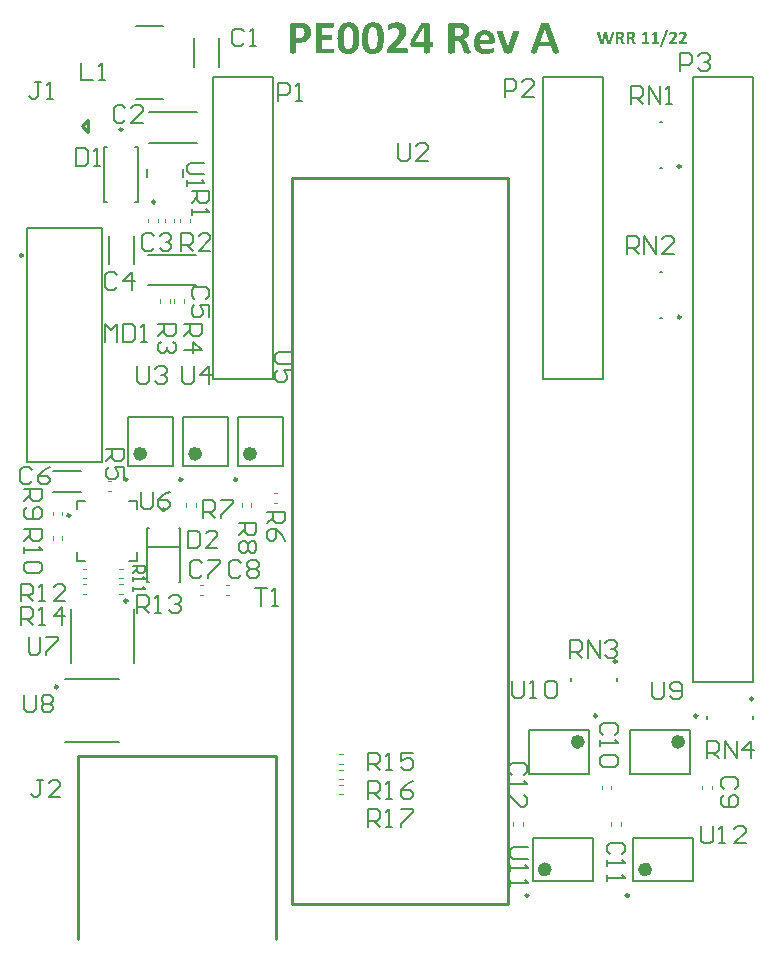
<source format=gto>
G04*
G04 #@! TF.GenerationSoftware,Altium Limited,Altium Designer,22.10.1 (41)*
G04*
G04 Layer_Color=65535*
%FSLAX44Y44*%
%MOMM*%
G71*
G04*
G04 #@! TF.SameCoordinates,ED3CD574-296F-4DA1-8CEE-BF2CD4CAFD89*
G04*
G04*
G04 #@! TF.FilePolarity,Positive*
G04*
G01*
G75*
%ADD10C,0.6000*%
%ADD11C,0.2500*%
%ADD12C,0.2000*%
%ADD13C,0.1000*%
%ADD14C,0.2540*%
%ADD15C,0.1500*%
G36*
X504597Y743787D02*
X504684D01*
X504761Y743776D01*
X504794D01*
X504827Y743765D01*
X504870Y743754D01*
X504969Y743721D01*
X505046Y743666D01*
X505056Y743655D01*
X505089Y743600D01*
X505111Y743524D01*
X505122Y743403D01*
Y743392D01*
Y743371D01*
X505111Y743338D01*
Y743283D01*
X505100Y743217D01*
X505078Y743141D01*
X505056Y743042D01*
X505035Y742944D01*
X502670Y733956D01*
Y733945D01*
X502659Y733923D01*
X502648Y733890D01*
X502637Y733846D01*
X502582Y733737D01*
X502528Y733638D01*
X502517Y733616D01*
X502473Y733573D01*
X502385Y733518D01*
X502276Y733474D01*
X502265D01*
X502243Y733463D01*
X502210Y733452D01*
X502166Y733441D01*
X502101Y733430D01*
X502024Y733419D01*
X501849Y733398D01*
X501805D01*
X501739Y733387D01*
X501575D01*
X501455Y733376D01*
X500918D01*
X500798Y733387D01*
X500557D01*
X500448Y733398D01*
X500404D01*
X500349Y733408D01*
X500294Y733419D01*
X500152Y733441D01*
X500010Y733474D01*
X499999D01*
X499988Y733485D01*
X499922Y733518D01*
X499846Y733562D01*
X499780Y733638D01*
Y733649D01*
X499769Y733660D01*
X499736Y733726D01*
X499703Y733824D01*
X499670Y733956D01*
X498006Y740491D01*
X497995D01*
X496430Y733956D01*
Y733945D01*
X496419Y733923D01*
X496408Y733890D01*
X496397Y733846D01*
X496364Y733748D01*
X496310Y733649D01*
X496299Y733627D01*
X496255Y733584D01*
X496189Y733529D01*
X496091Y733474D01*
X496080D01*
X496058Y733463D01*
X496025Y733452D01*
X495981Y733441D01*
X495915Y733430D01*
X495850Y733419D01*
X495762Y733408D01*
X495664Y733398D01*
X495620D01*
X495554Y733387D01*
X495379D01*
X495258Y733376D01*
X494700D01*
X494580Y733387D01*
X494328D01*
X494218Y733398D01*
X494175D01*
X494120Y733408D01*
X494065Y733419D01*
X493923Y733441D01*
X493781Y733474D01*
X493770D01*
X493759Y733485D01*
X493693Y733518D01*
X493616Y733562D01*
X493551Y733638D01*
Y733649D01*
X493540Y733660D01*
X493518Y733726D01*
X493474Y733824D01*
X493441Y733956D01*
X491088Y742965D01*
Y742977D01*
X491077Y743009D01*
X491066Y743064D01*
X491044Y743130D01*
X491022Y743272D01*
X491011Y743349D01*
X491000Y743414D01*
Y743425D01*
Y743447D01*
X491011Y743513D01*
X491044Y743589D01*
X491099Y743666D01*
X491120Y743677D01*
X491175Y743710D01*
X491219Y743732D01*
X491274Y743754D01*
X491350Y743765D01*
X491427Y743776D01*
X491471D01*
X491525Y743787D01*
X491679D01*
X491788Y743798D01*
X492281D01*
X492467Y743787D01*
X492565D01*
X492653Y743776D01*
X492730D01*
X492774Y743765D01*
X492883Y743754D01*
X492981Y743721D01*
X492992D01*
X493003Y743710D01*
X493047Y743688D01*
X493102Y743644D01*
X493135Y743589D01*
X493146Y743579D01*
X493157Y743535D01*
X493178Y743458D01*
X493200Y743360D01*
X495018Y735456D01*
X495029D01*
X496912Y743305D01*
Y743316D01*
X496923Y743327D01*
X496934Y743392D01*
X496955Y743469D01*
X496988Y743546D01*
X496999Y743568D01*
X497032Y743600D01*
X497087Y743655D01*
X497163Y743699D01*
X497174D01*
X497185Y743710D01*
X497218Y743721D01*
X497251Y743732D01*
X497360Y743754D01*
X497503Y743776D01*
X497547D01*
X497590Y743787D01*
X497744D01*
X497842Y743798D01*
X498302D01*
X498499Y743787D01*
X498609D01*
X498696Y743776D01*
X498729D01*
X498773Y743765D01*
X498827D01*
X498937Y743743D01*
X499046Y743710D01*
X499057D01*
X499068Y743699D01*
X499112Y743666D01*
X499167Y743622D01*
X499221Y743557D01*
X499232Y743546D01*
X499254Y743491D01*
X499287Y743414D01*
X499320Y743305D01*
X501269Y735456D01*
X501280D01*
X503097Y743338D01*
Y743349D01*
Y743360D01*
X503108Y743414D01*
X503130Y743491D01*
X503152Y743557D01*
X503163Y743568D01*
X503185Y743611D01*
X503239Y743655D01*
X503305Y743699D01*
X503316D01*
X503327Y743710D01*
X503392Y743732D01*
X503491Y743754D01*
X503633Y743776D01*
X503677D01*
X503721Y743787D01*
X503863D01*
X503962Y743798D01*
X504411D01*
X504597Y743787D01*
D02*
G37*
G36*
X563702Y743929D02*
X563778D01*
X563975Y743918D01*
X564194Y743885D01*
X564435Y743852D01*
X564676Y743798D01*
X564906Y743732D01*
X564917D01*
X564928Y743721D01*
X564961Y743710D01*
X565004Y743699D01*
X565114Y743644D01*
X565256Y743579D01*
X565410Y743502D01*
X565585Y743403D01*
X565749Y743294D01*
X565902Y743163D01*
X565924Y743152D01*
X565968Y743097D01*
X566044Y743020D01*
X566132Y742922D01*
X566231Y742790D01*
X566329Y742648D01*
X566428Y742484D01*
X566504Y742298D01*
X566515Y742276D01*
X566537Y742210D01*
X566570Y742112D01*
X566603Y741980D01*
X566636Y741816D01*
X566668Y741641D01*
X566690Y741433D01*
X566701Y741225D01*
Y741203D01*
Y741137D01*
Y741039D01*
X566690Y740907D01*
X566679Y740765D01*
X566657Y740590D01*
X566636Y740415D01*
X566603Y740229D01*
Y740207D01*
X566581Y740141D01*
X566559Y740043D01*
X566515Y739922D01*
X566460Y739758D01*
X566395Y739583D01*
X566307Y739386D01*
X566198Y739178D01*
Y739167D01*
X566187Y739156D01*
X566165Y739123D01*
X566143Y739079D01*
X566077Y738970D01*
X565979Y738817D01*
X565858Y738630D01*
X565716Y738411D01*
X565541Y738182D01*
X565344Y737930D01*
X565333Y737919D01*
X565322Y737897D01*
X565289Y737864D01*
X565245Y737809D01*
X565191Y737744D01*
X565125Y737667D01*
X565048Y737579D01*
X564961Y737481D01*
X564753Y737251D01*
X564501Y736977D01*
X564216Y736682D01*
X563888Y736353D01*
X562684Y735116D01*
X566767D01*
X566800Y735105D01*
X566844Y735094D01*
X566898Y735061D01*
X566909Y735051D01*
X566942Y735029D01*
X566975Y734985D01*
X567008Y734919D01*
X567019Y734897D01*
X567041Y734854D01*
X567062Y734766D01*
X567084Y734656D01*
Y734645D01*
X567095Y734624D01*
Y734591D01*
X567106Y734547D01*
X567117Y734426D01*
Y734262D01*
Y734251D01*
Y734230D01*
Y734186D01*
Y734131D01*
X567106Y734000D01*
X567095Y733868D01*
Y733857D01*
Y733846D01*
X567084Y733770D01*
X567062Y733693D01*
X567030Y733605D01*
X567019Y733595D01*
X567008Y733551D01*
X566975Y733507D01*
X566931Y733463D01*
X566920Y733452D01*
X566887Y733441D01*
X566844Y733430D01*
X566789Y733419D01*
X560746D01*
X560636Y733430D01*
X560538Y733441D01*
X560516Y733452D01*
X560472Y733474D01*
X560396Y733507D01*
X560330Y733562D01*
X560319Y733584D01*
X560286Y733638D01*
X560253Y733715D01*
X560220Y733835D01*
Y733846D01*
Y733868D01*
X560210Y733901D01*
Y733956D01*
X560199Y734022D01*
Y734109D01*
X560188Y734197D01*
Y734295D01*
Y734306D01*
Y734339D01*
Y734394D01*
Y734448D01*
X560199Y734591D01*
X560210Y734744D01*
Y734755D01*
Y734777D01*
X560220Y734810D01*
X560231Y734854D01*
X560253Y734963D01*
X560297Y735072D01*
Y735083D01*
X560308Y735094D01*
X560341Y735171D01*
X560396Y735258D01*
X560461Y735357D01*
Y735368D01*
X560483Y735379D01*
X560527Y735456D01*
X560615Y735554D01*
X560713Y735675D01*
X562508Y737590D01*
X562519Y737601D01*
X562530Y737612D01*
X562563Y737645D01*
X562596Y737689D01*
X562695Y737787D01*
X562815Y737930D01*
X562957Y738083D01*
X563100Y738258D01*
X563242Y738433D01*
X563373Y738608D01*
X563384Y738630D01*
X563428Y738685D01*
X563483Y738773D01*
X563559Y738882D01*
X563636Y739014D01*
X563724Y739156D01*
X563800Y739298D01*
X563877Y739441D01*
X563888Y739462D01*
X563910Y739506D01*
X563942Y739583D01*
X563975Y739670D01*
X564019Y739780D01*
X564063Y739900D01*
X564096Y740021D01*
X564129Y740141D01*
Y740152D01*
X564140Y740196D01*
X564151Y740262D01*
X564172Y740338D01*
X564183Y740437D01*
X564194Y740535D01*
X564205Y740754D01*
Y740765D01*
Y740798D01*
Y740853D01*
X564194Y740918D01*
X564172Y741072D01*
X564118Y741247D01*
Y741258D01*
X564107Y741291D01*
X564085Y741334D01*
X564052Y741389D01*
X563975Y741520D01*
X563866Y741663D01*
X563855Y741674D01*
X563833Y741696D01*
X563800Y741729D01*
X563756Y741761D01*
X563691Y741805D01*
X563625Y741849D01*
X563450Y741936D01*
X563439D01*
X563406Y741958D01*
X563351Y741969D01*
X563286Y741991D01*
X563209Y742013D01*
X563111Y742024D01*
X563001Y742046D01*
X562804D01*
X562716Y742035D01*
X562596D01*
X562465Y742013D01*
X562322Y741991D01*
X562180Y741958D01*
X562038Y741915D01*
X562027D01*
X561972Y741893D01*
X561906Y741871D01*
X561819Y741838D01*
X561720Y741794D01*
X561622Y741750D01*
X561403Y741641D01*
X561392Y741630D01*
X561359Y741619D01*
X561304Y741586D01*
X561239Y741553D01*
X561096Y741466D01*
X560943Y741378D01*
X560932D01*
X560910Y741356D01*
X560877Y741345D01*
X560834Y741323D01*
X560746Y741280D01*
X560702Y741269D01*
X560658Y741258D01*
X560647D01*
X560615Y741269D01*
X560571Y741280D01*
X560527Y741301D01*
X560516Y741312D01*
X560505Y741334D01*
X560472Y741389D01*
X560450Y741455D01*
Y741466D01*
Y741477D01*
X560428Y741542D01*
X560418Y741630D01*
X560396Y741761D01*
Y741772D01*
Y741794D01*
Y741838D01*
Y741893D01*
X560385Y741958D01*
Y742035D01*
Y742221D01*
Y742232D01*
Y742254D01*
Y742287D01*
Y742320D01*
Y742418D01*
X560396Y742517D01*
Y742528D01*
Y742539D01*
X560406Y742593D01*
X560418Y742670D01*
X560428Y742736D01*
Y742757D01*
X560439Y742790D01*
X560461Y742845D01*
X560483Y742900D01*
X560494Y742911D01*
X560516Y742944D01*
X560560Y742998D01*
X560625Y743064D01*
X560636D01*
X560647Y743086D01*
X560669Y743108D01*
X560713Y743130D01*
X560768Y743163D01*
X560834Y743206D01*
X560910Y743250D01*
X560998Y743305D01*
X561009Y743316D01*
X561041Y743327D01*
X561107Y743360D01*
X561184Y743403D01*
X561271Y743447D01*
X561381Y743491D01*
X561512Y743546D01*
X561655Y743600D01*
X561676Y743611D01*
X561720Y743622D01*
X561808Y743655D01*
X561906Y743688D01*
X562038Y743721D01*
X562191Y743765D01*
X562344Y743809D01*
X562519Y743841D01*
X562541D01*
X562596Y743852D01*
X562695Y743874D01*
X562815Y743896D01*
X562968Y743907D01*
X563132Y743929D01*
X563308Y743940D01*
X563625D01*
X563702Y743929D01*
D02*
G37*
G36*
X555415D02*
X555491D01*
X555688Y743918D01*
X555907Y743885D01*
X556148Y743852D01*
X556389Y743798D01*
X556619Y743732D01*
X556630D01*
X556641Y743721D01*
X556674Y743710D01*
X556717Y743699D01*
X556827Y743644D01*
X556969Y743579D01*
X557122Y743502D01*
X557298Y743403D01*
X557462Y743294D01*
X557615Y743163D01*
X557637Y743152D01*
X557681Y743097D01*
X557757Y743020D01*
X557845Y742922D01*
X557943Y742790D01*
X558042Y742648D01*
X558140Y742484D01*
X558217Y742298D01*
X558228Y742276D01*
X558250Y742210D01*
X558283Y742112D01*
X558316Y741980D01*
X558348Y741816D01*
X558381Y741641D01*
X558403Y741433D01*
X558414Y741225D01*
Y741203D01*
Y741137D01*
Y741039D01*
X558403Y740907D01*
X558392Y740765D01*
X558370Y740590D01*
X558348Y740415D01*
X558316Y740229D01*
Y740207D01*
X558294Y740141D01*
X558272Y740043D01*
X558228Y739922D01*
X558173Y739758D01*
X558108Y739583D01*
X558020Y739386D01*
X557910Y739178D01*
Y739167D01*
X557900Y739156D01*
X557878Y739123D01*
X557856Y739079D01*
X557790Y738970D01*
X557692Y738817D01*
X557571Y738630D01*
X557429Y738411D01*
X557254Y738182D01*
X557057Y737930D01*
X557046Y737919D01*
X557035Y737897D01*
X557002Y737864D01*
X556958Y737809D01*
X556903Y737744D01*
X556838Y737667D01*
X556761Y737579D01*
X556674Y737481D01*
X556465Y737251D01*
X556214Y736977D01*
X555929Y736682D01*
X555601Y736353D01*
X554396Y735116D01*
X558480D01*
X558513Y735105D01*
X558556Y735094D01*
X558611Y735061D01*
X558622Y735051D01*
X558655Y735029D01*
X558688Y734985D01*
X558721Y734919D01*
X558732Y734897D01*
X558754Y734854D01*
X558775Y734766D01*
X558797Y734656D01*
Y734645D01*
X558808Y734624D01*
Y734591D01*
X558819Y734547D01*
X558830Y734426D01*
Y734262D01*
Y734251D01*
Y734230D01*
Y734186D01*
Y734131D01*
X558819Y734000D01*
X558808Y733868D01*
Y733857D01*
Y733846D01*
X558797Y733770D01*
X558775Y733693D01*
X558742Y733605D01*
X558732Y733595D01*
X558721Y733551D01*
X558688Y733507D01*
X558644Y733463D01*
X558633Y733452D01*
X558600Y733441D01*
X558556Y733430D01*
X558502Y733419D01*
X552459D01*
X552349Y733430D01*
X552251Y733441D01*
X552229Y733452D01*
X552185Y733474D01*
X552108Y733507D01*
X552043Y733562D01*
X552032Y733584D01*
X551999Y733638D01*
X551966Y733715D01*
X551933Y733835D01*
Y733846D01*
Y733868D01*
X551922Y733901D01*
Y733956D01*
X551911Y734022D01*
Y734109D01*
X551900Y734197D01*
Y734295D01*
Y734306D01*
Y734339D01*
Y734394D01*
Y734448D01*
X551911Y734591D01*
X551922Y734744D01*
Y734755D01*
Y734777D01*
X551933Y734810D01*
X551944Y734854D01*
X551966Y734963D01*
X552010Y735072D01*
Y735083D01*
X552021Y735094D01*
X552054Y735171D01*
X552108Y735258D01*
X552174Y735357D01*
Y735368D01*
X552196Y735379D01*
X552240Y735456D01*
X552327Y735554D01*
X552426Y735675D01*
X554221Y737590D01*
X554232Y737601D01*
X554243Y737612D01*
X554276Y737645D01*
X554309Y737689D01*
X554407Y737787D01*
X554528Y737930D01*
X554670Y738083D01*
X554812Y738258D01*
X554955Y738433D01*
X555086Y738608D01*
X555097Y738630D01*
X555141Y738685D01*
X555196Y738773D01*
X555272Y738882D01*
X555349Y739014D01*
X555436Y739156D01*
X555513Y739298D01*
X555590Y739441D01*
X555601Y739462D01*
X555622Y739506D01*
X555655Y739583D01*
X555688Y739670D01*
X555732Y739780D01*
X555776Y739900D01*
X555809Y740021D01*
X555841Y740141D01*
Y740152D01*
X555852Y740196D01*
X555863Y740262D01*
X555885Y740338D01*
X555896Y740437D01*
X555907Y740535D01*
X555918Y740754D01*
Y740765D01*
Y740798D01*
Y740853D01*
X555907Y740918D01*
X555885Y741072D01*
X555830Y741247D01*
Y741258D01*
X555820Y741291D01*
X555798Y741334D01*
X555765Y741389D01*
X555688Y741520D01*
X555579Y741663D01*
X555568Y741674D01*
X555546Y741696D01*
X555513Y741729D01*
X555469Y741761D01*
X555404Y741805D01*
X555338Y741849D01*
X555163Y741936D01*
X555152D01*
X555119Y741958D01*
X555064Y741969D01*
X554999Y741991D01*
X554922Y742013D01*
X554823Y742024D01*
X554714Y742046D01*
X554517D01*
X554429Y742035D01*
X554309D01*
X554178Y742013D01*
X554035Y741991D01*
X553893Y741958D01*
X553750Y741915D01*
X553740D01*
X553685Y741893D01*
X553619Y741871D01*
X553532Y741838D01*
X553433Y741794D01*
X553335Y741750D01*
X553116Y741641D01*
X553105Y741630D01*
X553072Y741619D01*
X553017Y741586D01*
X552951Y741553D01*
X552809Y741466D01*
X552656Y741378D01*
X552645D01*
X552623Y741356D01*
X552590Y741345D01*
X552546Y741323D01*
X552459Y741280D01*
X552415Y741269D01*
X552371Y741258D01*
X552360D01*
X552327Y741269D01*
X552284Y741280D01*
X552240Y741301D01*
X552229Y741312D01*
X552218Y741334D01*
X552185Y741389D01*
X552163Y741455D01*
Y741466D01*
Y741477D01*
X552141Y741542D01*
X552130Y741630D01*
X552108Y741761D01*
Y741772D01*
Y741794D01*
Y741838D01*
Y741893D01*
X552097Y741958D01*
Y742035D01*
Y742221D01*
Y742232D01*
Y742254D01*
Y742287D01*
Y742320D01*
Y742418D01*
X552108Y742517D01*
Y742528D01*
Y742539D01*
X552119Y742593D01*
X552130Y742670D01*
X552141Y742736D01*
Y742757D01*
X552152Y742790D01*
X552174Y742845D01*
X552196Y742900D01*
X552207Y742911D01*
X552229Y742944D01*
X552273Y742998D01*
X552338Y743064D01*
X552349D01*
X552360Y743086D01*
X552382Y743108D01*
X552426Y743130D01*
X552481Y743163D01*
X552546Y743206D01*
X552623Y743250D01*
X552710Y743305D01*
X552721Y743316D01*
X552754Y743327D01*
X552820Y743360D01*
X552897Y743403D01*
X552984Y743447D01*
X553094Y743491D01*
X553225Y743546D01*
X553367Y743600D01*
X553389Y743611D01*
X553433Y743622D01*
X553521Y743655D01*
X553619Y743688D01*
X553750Y743721D01*
X553904Y743765D01*
X554057Y743809D01*
X554232Y743841D01*
X554254D01*
X554309Y743852D01*
X554407Y743874D01*
X554528Y743896D01*
X554681Y743907D01*
X554845Y743929D01*
X555020Y743940D01*
X555338D01*
X555415Y743929D01*
D02*
G37*
G36*
X540811Y743819D02*
X540887D01*
X540964Y743809D01*
X541030D01*
X541073Y743798D01*
X541161Y743787D01*
X541249Y743765D01*
X541259D01*
X541303Y743743D01*
X541347Y743721D01*
X541380Y743688D01*
X541391Y743677D01*
X541402Y743655D01*
X541413Y743622D01*
Y743579D01*
Y735040D01*
X543099D01*
X543131Y735029D01*
X543175Y735018D01*
X543219Y734985D01*
X543230Y734974D01*
X543263Y734952D01*
X543296Y734908D01*
X543329Y734843D01*
X543340Y734832D01*
X543350Y734777D01*
X543372Y734700D01*
X543394Y734602D01*
Y734591D01*
Y734580D01*
X543405Y734536D01*
Y734492D01*
Y734437D01*
X543416Y734372D01*
Y734208D01*
Y734197D01*
Y734175D01*
Y734131D01*
Y734076D01*
X543405Y733956D01*
X543383Y733835D01*
Y733824D01*
Y733813D01*
X543372Y733748D01*
X543350Y733660D01*
X543318Y733584D01*
X543307Y733573D01*
X543285Y733540D01*
X543263Y733496D01*
X543219Y733452D01*
X543208D01*
X543186Y733441D01*
X543143Y733430D01*
X543088Y733419D01*
X537351D01*
X537318Y733430D01*
X537275Y733452D01*
X537264Y733463D01*
X537242Y733485D01*
X537209Y733529D01*
X537176Y733584D01*
X537165Y733605D01*
X537154Y733649D01*
X537132Y733737D01*
X537110Y733835D01*
Y733846D01*
Y733868D01*
X537099Y733901D01*
Y733945D01*
X537089Y734054D01*
Y734208D01*
Y734219D01*
Y734251D01*
Y734295D01*
Y734350D01*
Y734481D01*
X537099Y734602D01*
Y734613D01*
Y734624D01*
X537121Y734689D01*
X537132Y734766D01*
X537165Y734843D01*
X537176Y734864D01*
X537198Y734897D01*
X537231Y734941D01*
X537264Y734985D01*
X537275Y734996D01*
X537297Y735018D01*
X537340Y735029D01*
X537395Y735040D01*
X539322D01*
Y741772D01*
X537658Y740853D01*
X537647D01*
X537625Y740842D01*
X537592Y740820D01*
X537548Y740798D01*
X537450Y740765D01*
X537351Y740732D01*
X537286D01*
X537231Y740754D01*
X537176Y740787D01*
X537165Y740798D01*
X537143Y740842D01*
X537110Y740907D01*
X537089Y741017D01*
Y741028D01*
Y741050D01*
X537078Y741094D01*
Y741148D01*
Y741214D01*
X537067Y741291D01*
Y741389D01*
Y741499D01*
Y741509D01*
Y741531D01*
Y741564D01*
Y741608D01*
Y741707D01*
Y741805D01*
Y741816D01*
Y741827D01*
X537078Y741882D01*
X537089Y741958D01*
X537110Y742024D01*
X537121Y742035D01*
X537132Y742079D01*
X537165Y742123D01*
X537198Y742166D01*
X537209Y742177D01*
X537242Y742199D01*
X537286Y742243D01*
X537351Y742287D01*
X539563Y743721D01*
X539574Y743732D01*
X539595Y743743D01*
X539661Y743776D01*
X539672D01*
X539705Y743787D01*
X539749Y743798D01*
X539814Y743809D01*
X539836D01*
X539880Y743819D01*
X540132D01*
X540176Y743830D01*
X540647D01*
X540811Y743819D01*
D02*
G37*
G36*
X532523D02*
X532600D01*
X532677Y743809D01*
X532742D01*
X532786Y743798D01*
X532874Y743787D01*
X532961Y743765D01*
X532972D01*
X533016Y743743D01*
X533060Y743721D01*
X533093Y743688D01*
X533104Y743677D01*
X533115Y743655D01*
X533126Y743622D01*
Y743579D01*
Y735040D01*
X534812D01*
X534844Y735029D01*
X534888Y735018D01*
X534932Y734985D01*
X534943Y734974D01*
X534976Y734952D01*
X535009Y734908D01*
X535041Y734843D01*
X535052Y734832D01*
X535063Y734777D01*
X535085Y734700D01*
X535107Y734602D01*
Y734591D01*
Y734580D01*
X535118Y734536D01*
Y734492D01*
Y734437D01*
X535129Y734372D01*
Y734208D01*
Y734197D01*
Y734175D01*
Y734131D01*
Y734076D01*
X535118Y733956D01*
X535096Y733835D01*
Y733824D01*
Y733813D01*
X535085Y733748D01*
X535063Y733660D01*
X535031Y733584D01*
X535019Y733573D01*
X534998Y733540D01*
X534976Y733496D01*
X534932Y733452D01*
X534921D01*
X534899Y733441D01*
X534855Y733430D01*
X534801Y733419D01*
X529064D01*
X529031Y733430D01*
X528988Y733452D01*
X528977Y733463D01*
X528955Y733485D01*
X528922Y733529D01*
X528889Y733584D01*
X528878Y733605D01*
X528867Y733649D01*
X528845Y733737D01*
X528823Y733835D01*
Y733846D01*
Y733868D01*
X528812Y733901D01*
Y733945D01*
X528801Y734054D01*
Y734208D01*
Y734219D01*
Y734251D01*
Y734295D01*
Y734350D01*
Y734481D01*
X528812Y734602D01*
Y734613D01*
Y734624D01*
X528834Y734689D01*
X528845Y734766D01*
X528878Y734843D01*
X528889Y734864D01*
X528911Y734897D01*
X528944Y734941D01*
X528977Y734985D01*
X528988Y734996D01*
X529009Y735018D01*
X529053Y735029D01*
X529108Y735040D01*
X531035D01*
Y741772D01*
X529371Y740853D01*
X529360D01*
X529338Y740842D01*
X529305Y740820D01*
X529261Y740798D01*
X529163Y740765D01*
X529064Y740732D01*
X528998D01*
X528944Y740754D01*
X528889Y740787D01*
X528878Y740798D01*
X528856Y740842D01*
X528823Y740907D01*
X528801Y741017D01*
Y741028D01*
Y741050D01*
X528790Y741094D01*
Y741148D01*
Y741214D01*
X528779Y741291D01*
Y741389D01*
Y741499D01*
Y741509D01*
Y741531D01*
Y741564D01*
Y741608D01*
Y741707D01*
Y741805D01*
Y741816D01*
Y741827D01*
X528790Y741882D01*
X528801Y741958D01*
X528823Y742024D01*
X528834Y742035D01*
X528845Y742079D01*
X528878Y742123D01*
X528911Y742166D01*
X528922Y742177D01*
X528955Y742199D01*
X528998Y742243D01*
X529064Y742287D01*
X531275Y743721D01*
X531286Y743732D01*
X531308Y743743D01*
X531374Y743776D01*
X531385D01*
X531418Y743787D01*
X531462Y743798D01*
X531527Y743809D01*
X531549D01*
X531593Y743819D01*
X531845D01*
X531889Y743830D01*
X532359D01*
X532523Y743819D01*
D02*
G37*
G36*
X519562Y743743D02*
X519682D01*
X519781Y743732D01*
X519879D01*
X519945Y743721D01*
X520098Y743710D01*
X520262Y743688D01*
X520295D01*
X520328Y743677D01*
X520372Y743666D01*
X520481Y743644D01*
X520635Y743622D01*
X520810Y743579D01*
X520996Y743524D01*
X521182Y743458D01*
X521379Y743382D01*
X521390D01*
X521401Y743371D01*
X521467Y743349D01*
X521554Y743294D01*
X521675Y743239D01*
X521806Y743152D01*
X521948Y743064D01*
X522091Y742944D01*
X522222Y742823D01*
X522233Y742812D01*
X522277Y742768D01*
X522342Y742692D01*
X522419Y742593D01*
X522507Y742473D01*
X522594Y742331D01*
X522682Y742177D01*
X522758Y742002D01*
X522769Y741980D01*
X522791Y741915D01*
X522813Y741816D01*
X522857Y741696D01*
X522890Y741531D01*
X522912Y741345D01*
X522934Y741137D01*
X522944Y740918D01*
Y740907D01*
Y740897D01*
Y740831D01*
X522934Y740732D01*
X522923Y740601D01*
X522912Y740459D01*
X522890Y740294D01*
X522846Y740130D01*
X522802Y739966D01*
X522791Y739944D01*
X522780Y739889D01*
X522747Y739813D01*
X522704Y739714D01*
X522649Y739594D01*
X522583Y739462D01*
X522507Y739331D01*
X522419Y739200D01*
X522408Y739189D01*
X522375Y739145D01*
X522321Y739079D01*
X522244Y739003D01*
X522156Y738915D01*
X522047Y738817D01*
X521926Y738718D01*
X521784Y738619D01*
X521762Y738608D01*
X521718Y738576D01*
X521642Y738532D01*
X521543Y738477D01*
X521412Y738422D01*
X521270Y738357D01*
X521116Y738291D01*
X520941Y738225D01*
X520952D01*
X520985Y738203D01*
X521029Y738182D01*
X521083Y738149D01*
X521215Y738061D01*
X521368Y737952D01*
X521379Y737941D01*
X521401Y737919D01*
X521445Y737886D01*
X521499Y737842D01*
X521620Y737722D01*
X521751Y737558D01*
X521762Y737547D01*
X521784Y737514D01*
X521817Y737470D01*
X521861Y737415D01*
X521916Y737339D01*
X521970Y737251D01*
X522091Y737043D01*
X522102Y737032D01*
X522123Y736988D01*
X522156Y736934D01*
X522189Y736857D01*
X522244Y736758D01*
X522299Y736649D01*
X522353Y736517D01*
X522408Y736386D01*
X523273Y734350D01*
X523284Y734339D01*
X523295Y734295D01*
X523317Y734240D01*
X523339Y734175D01*
X523393Y734032D01*
X523415Y733967D01*
X523437Y733901D01*
X523448Y733879D01*
X523459Y733824D01*
X523470Y733759D01*
X523481Y733693D01*
Y733682D01*
Y733638D01*
X523470Y733595D01*
X523448Y733540D01*
X523437Y733529D01*
X523415Y733507D01*
X523372Y733474D01*
X523295Y733441D01*
X523273D01*
X523240Y733430D01*
X523207Y733419D01*
X523098Y733408D01*
X522944Y733398D01*
X522901D01*
X522846Y733387D01*
X522693D01*
X522583Y733376D01*
X522123D01*
X521948Y733387D01*
X521861D01*
X521773Y733398D01*
X521740D01*
X521707Y733408D01*
X521664D01*
X521554Y733419D01*
X521456Y733441D01*
X521434Y733452D01*
X521390Y733474D01*
X521335Y733507D01*
X521292Y733551D01*
X521281Y733562D01*
X521270Y733605D01*
X521248Y733660D01*
X521226Y733726D01*
X520295Y736025D01*
X520284Y736047D01*
X520262Y736091D01*
X520230Y736167D01*
X520197Y736255D01*
X520142Y736364D01*
X520087Y736485D01*
X519967Y736715D01*
X519956Y736725D01*
X519934Y736769D01*
X519901Y736824D01*
X519857Y736890D01*
X519748Y737065D01*
X519606Y737229D01*
X519595Y737240D01*
X519573Y737262D01*
X519529Y737306D01*
X519485Y737349D01*
X519420Y737393D01*
X519343Y737448D01*
X519157Y737536D01*
X519146D01*
X519113Y737558D01*
X519058Y737569D01*
X518993Y737590D01*
X518905Y737612D01*
X518806Y737623D01*
X518686Y737645D01*
X517920D01*
Y733704D01*
Y733693D01*
X517909Y733660D01*
X517898Y733616D01*
X517865Y733562D01*
X517854Y733551D01*
X517821Y733529D01*
X517766Y733485D01*
X517690Y733452D01*
X517668D01*
X517602Y733430D01*
X517504Y733419D01*
X517372Y733398D01*
X517340D01*
X517296Y733387D01*
X517164D01*
X517077Y733376D01*
X516683D01*
X516507Y733387D01*
X516343Y733398D01*
X516310D01*
X516278Y733408D01*
X516234D01*
X516124Y733430D01*
X516026Y733452D01*
X516004Y733463D01*
X515960Y733485D01*
X515905Y733518D01*
X515862Y733562D01*
X515851Y733573D01*
X515840Y733605D01*
X515829Y733649D01*
X515818Y733704D01*
Y743086D01*
Y743097D01*
Y743141D01*
X515829Y743206D01*
X515840Y743283D01*
X515862Y743360D01*
X515894Y743447D01*
X515938Y743524D01*
X515993Y743589D01*
X516004Y743600D01*
X516026Y743611D01*
X516059Y743644D01*
X516113Y743677D01*
X516179Y743699D01*
X516256Y743732D01*
X516332Y743743D01*
X516431Y743754D01*
X519452D01*
X519562Y743743D01*
D02*
G37*
G36*
X510355D02*
X510475D01*
X510574Y743732D01*
X510672D01*
X510738Y743721D01*
X510891Y743710D01*
X511056Y743688D01*
X511088D01*
X511121Y743677D01*
X511165Y743666D01*
X511275Y743644D01*
X511428Y743622D01*
X511603Y743579D01*
X511789Y743524D01*
X511975Y743458D01*
X512172Y743382D01*
X512183D01*
X512194Y743371D01*
X512260Y743349D01*
X512347Y743294D01*
X512468Y743239D01*
X512599Y743152D01*
X512742Y743064D01*
X512884Y742944D01*
X513015Y742823D01*
X513026Y742812D01*
X513070Y742768D01*
X513136Y742692D01*
X513212Y742593D01*
X513300Y742473D01*
X513387Y742331D01*
X513475Y742177D01*
X513552Y742002D01*
X513563Y741980D01*
X513585Y741915D01*
X513606Y741816D01*
X513650Y741696D01*
X513683Y741531D01*
X513705Y741345D01*
X513727Y741137D01*
X513738Y740918D01*
Y740907D01*
Y740897D01*
Y740831D01*
X513727Y740732D01*
X513716Y740601D01*
X513705Y740459D01*
X513683Y740294D01*
X513639Y740130D01*
X513595Y739966D01*
X513585Y739944D01*
X513573Y739889D01*
X513541Y739813D01*
X513497Y739714D01*
X513442Y739594D01*
X513377Y739462D01*
X513300Y739331D01*
X513212Y739200D01*
X513201Y739189D01*
X513168Y739145D01*
X513114Y739079D01*
X513037Y739003D01*
X512949Y738915D01*
X512840Y738817D01*
X512720Y738718D01*
X512577Y738619D01*
X512555Y738608D01*
X512512Y738576D01*
X512435Y738532D01*
X512337Y738477D01*
X512205Y738422D01*
X512063Y738357D01*
X511909Y738291D01*
X511734Y738225D01*
X511745D01*
X511778Y738203D01*
X511822Y738182D01*
X511877Y738149D01*
X512008Y738061D01*
X512161Y737952D01*
X512172Y737941D01*
X512194Y737919D01*
X512238Y737886D01*
X512293Y737842D01*
X512413Y737722D01*
X512545Y737558D01*
X512555Y737547D01*
X512577Y737514D01*
X512610Y737470D01*
X512654Y737415D01*
X512709Y737339D01*
X512763Y737251D01*
X512884Y737043D01*
X512895Y737032D01*
X512917Y736988D01*
X512949Y736934D01*
X512982Y736857D01*
X513037Y736758D01*
X513092Y736649D01*
X513147Y736517D01*
X513201Y736386D01*
X514066Y734350D01*
X514077Y734339D01*
X514088Y734295D01*
X514110Y734240D01*
X514132Y734175D01*
X514187Y734032D01*
X514208Y733967D01*
X514230Y733901D01*
X514241Y733879D01*
X514252Y733824D01*
X514263Y733759D01*
X514274Y733693D01*
Y733682D01*
Y733638D01*
X514263Y733595D01*
X514241Y733540D01*
X514230Y733529D01*
X514208Y733507D01*
X514165Y733474D01*
X514088Y733441D01*
X514066D01*
X514033Y733430D01*
X514001Y733419D01*
X513891Y733408D01*
X513738Y733398D01*
X513694D01*
X513639Y733387D01*
X513486D01*
X513377Y733376D01*
X512917D01*
X512742Y733387D01*
X512654D01*
X512566Y733398D01*
X512533D01*
X512501Y733408D01*
X512457D01*
X512347Y733419D01*
X512249Y733441D01*
X512227Y733452D01*
X512183Y733474D01*
X512128Y733507D01*
X512085Y733551D01*
X512074Y733562D01*
X512063Y733605D01*
X512041Y733660D01*
X512019Y733726D01*
X511088Y736025D01*
X511077Y736047D01*
X511056Y736091D01*
X511023Y736167D01*
X510990Y736255D01*
X510935Y736364D01*
X510881Y736485D01*
X510760Y736715D01*
X510749Y736725D01*
X510727Y736769D01*
X510694Y736824D01*
X510651Y736890D01*
X510541Y737065D01*
X510399Y737229D01*
X510388Y737240D01*
X510366Y737262D01*
X510322Y737306D01*
X510278Y737349D01*
X510213Y737393D01*
X510136Y737448D01*
X509950Y737536D01*
X509939D01*
X509906Y737558D01*
X509851Y737569D01*
X509786Y737590D01*
X509698Y737612D01*
X509600Y737623D01*
X509479Y737645D01*
X508713D01*
Y733704D01*
Y733693D01*
X508702Y733660D01*
X508691Y733616D01*
X508658Y733562D01*
X508647Y733551D01*
X508614Y733529D01*
X508560Y733485D01*
X508483Y733452D01*
X508461D01*
X508395Y733430D01*
X508297Y733419D01*
X508166Y733398D01*
X508133D01*
X508089Y733387D01*
X507957D01*
X507870Y733376D01*
X507476D01*
X507301Y733387D01*
X507136Y733398D01*
X507104D01*
X507071Y733408D01*
X507027D01*
X506917Y733430D01*
X506819Y733452D01*
X506797Y733463D01*
X506753Y733485D01*
X506699Y733518D01*
X506655Y733562D01*
X506644Y733573D01*
X506633Y733605D01*
X506622Y733649D01*
X506611Y733704D01*
Y743086D01*
Y743097D01*
Y743141D01*
X506622Y743206D01*
X506633Y743283D01*
X506655Y743360D01*
X506688Y743447D01*
X506731Y743524D01*
X506786Y743589D01*
X506797Y743600D01*
X506819Y743611D01*
X506852Y743644D01*
X506907Y743677D01*
X506972Y743699D01*
X507049Y743732D01*
X507126Y743743D01*
X507224Y743754D01*
X510246D01*
X510355Y743743D01*
D02*
G37*
G36*
X550368Y745286D02*
X550455Y745275D01*
X550532Y745265D01*
X550543D01*
X550565Y745254D01*
X550609D01*
X550652Y745243D01*
X550751Y745210D01*
X550839Y745166D01*
X550860Y745155D01*
X550893Y745122D01*
X550937Y745067D01*
X550959Y745002D01*
Y744980D01*
X550970Y744936D01*
X550959Y744859D01*
X550948Y744761D01*
X546186Y731361D01*
X546175Y731339D01*
X546153Y731296D01*
X546120Y731241D01*
X546076Y731186D01*
X546065Y731175D01*
X546033Y731153D01*
X545967Y731120D01*
X545890Y731088D01*
X545868Y731077D01*
X545814Y731066D01*
X545726Y731044D01*
X545606Y731022D01*
X545573D01*
X545540Y731011D01*
X545430D01*
X545354Y731000D01*
X544993D01*
X544817Y731011D01*
X544730Y731022D01*
X544642Y731033D01*
X544631D01*
X544609Y731044D01*
X544566D01*
X544522Y731055D01*
X544423Y731088D01*
X544325Y731131D01*
X544303Y731142D01*
X544270Y731175D01*
X544226Y731230D01*
X544193Y731296D01*
Y731318D01*
Y731361D01*
X544204Y731438D01*
X544237Y731536D01*
X549010Y744936D01*
Y744958D01*
X549032Y744991D01*
X549054Y745045D01*
X549098Y745100D01*
X549109Y745111D01*
X549142Y745144D01*
X549196Y745177D01*
X549273Y745210D01*
X549295Y745221D01*
X549350Y745232D01*
X549437Y745254D01*
X549558Y745275D01*
X549590D01*
X549634Y745286D01*
X549755D01*
X549831Y745297D01*
X550193D01*
X550368Y745286D01*
D02*
G37*
G36*
X423175Y744760D02*
X423559Y744733D01*
X423723D01*
X423833Y744705D01*
X424080Y744678D01*
X424299Y744596D01*
X424354Y744568D01*
X424436Y744513D01*
X424573Y744431D01*
X424655Y744322D01*
X424682Y744294D01*
X424710Y744239D01*
X424737Y744130D01*
X424765Y743993D01*
Y743965D01*
Y743911D01*
X424737Y743746D01*
Y743719D01*
Y743664D01*
Y743554D01*
X424710Y743445D01*
Y743417D01*
X424682Y743335D01*
X424655Y743225D01*
X424628Y743061D01*
Y743034D01*
X424600Y742924D01*
X424573Y742759D01*
X424518Y742568D01*
X419146Y726425D01*
Y726398D01*
X419119Y726370D01*
X419064Y726233D01*
X418982Y726041D01*
X418872Y725850D01*
X418845Y725822D01*
X418735Y725740D01*
X418571Y725630D01*
X418297Y725548D01*
X418269D01*
X418214Y725521D01*
X418132D01*
X418023Y725493D01*
X417886Y725466D01*
X417694Y725439D01*
X417502D01*
X417255Y725411D01*
X417146D01*
X416981Y725384D01*
X416543D01*
X416241Y725356D01*
X414898D01*
X414624Y725384D01*
X414049D01*
X413775Y725411D01*
X413665D01*
X413555Y725439D01*
X413391Y725466D01*
X413062Y725493D01*
X412733Y725575D01*
X412706D01*
X412678Y725603D01*
X412514Y725658D01*
X412322Y725740D01*
X412158Y725877D01*
X412130Y725904D01*
X412075Y726041D01*
X411993Y726206D01*
X411911Y726425D01*
X406539Y742568D01*
Y742595D01*
X406512Y742622D01*
X406484Y742787D01*
X406402Y743006D01*
X406347Y743253D01*
Y743280D01*
Y743308D01*
X406320Y743445D01*
X406293Y743582D01*
X406265Y743719D01*
Y743746D01*
Y743828D01*
Y743993D01*
Y744020D01*
X406293Y744102D01*
X406320Y744212D01*
X406375Y744322D01*
X406402Y744349D01*
X406457Y744431D01*
X406594Y744513D01*
X406758Y744596D01*
X406813Y744623D01*
X406950Y744650D01*
X407197Y744705D01*
X407526Y744733D01*
X407608D01*
X407718Y744760D01*
X408047D01*
X408266Y744788D01*
X409225D01*
X409664Y744760D01*
X409883D01*
X410075Y744733D01*
X410157D01*
X410239Y744705D01*
X410349D01*
X410595Y744650D01*
X410842Y744568D01*
X410869D01*
X410897Y744541D01*
X411007Y744513D01*
X411144Y744431D01*
X411253Y744322D01*
X411281Y744294D01*
X411335Y744212D01*
X411418Y744075D01*
X411473Y743911D01*
X415556Y730810D01*
X415666Y730317D01*
X415775Y730810D01*
X419777Y743911D01*
Y743965D01*
X419832Y744048D01*
X419886Y744185D01*
X419968Y744322D01*
X419996Y744349D01*
X420078Y744404D01*
X420188Y744486D01*
X420380Y744568D01*
X420434Y744596D01*
X420571Y744623D01*
X420818Y744678D01*
X421120Y744733D01*
X421202D01*
X421311Y744760D01*
X421640D01*
X421860Y744788D01*
X422791D01*
X423175Y744760D01*
D02*
G37*
G36*
X321990Y751776D02*
X322182D01*
X322675Y751749D01*
X323223Y751667D01*
X323826Y751584D01*
X324429Y751447D01*
X325005Y751283D01*
X325032D01*
X325059Y751255D01*
X325142Y751228D01*
X325251Y751201D01*
X325525Y751064D01*
X325882Y750899D01*
X326265Y750707D01*
X326704Y750461D01*
X327115Y750187D01*
X327499Y749858D01*
X327553Y749830D01*
X327663Y749693D01*
X327855Y749501D01*
X328074Y749255D01*
X328321Y748926D01*
X328568Y748570D01*
X328814Y748159D01*
X329006Y747693D01*
X329033Y747638D01*
X329088Y747473D01*
X329170Y747227D01*
X329253Y746898D01*
X329335Y746487D01*
X329417Y746048D01*
X329472Y745527D01*
X329499Y745007D01*
Y744952D01*
Y744788D01*
Y744541D01*
X329472Y744212D01*
X329445Y743856D01*
X329390Y743417D01*
X329335Y742979D01*
X329253Y742513D01*
Y742458D01*
X329198Y742294D01*
X329143Y742047D01*
X329033Y741745D01*
X328896Y741334D01*
X328732Y740896D01*
X328513Y740403D01*
X328239Y739882D01*
Y739854D01*
X328211Y739827D01*
X328156Y739745D01*
X328102Y739635D01*
X327937Y739361D01*
X327691Y738977D01*
X327389Y738512D01*
X327033Y737963D01*
X326594Y737388D01*
X326101Y736757D01*
X326073Y736730D01*
X326046Y736675D01*
X325964Y736593D01*
X325854Y736456D01*
X325717Y736292D01*
X325553Y736100D01*
X325361Y735880D01*
X325142Y735634D01*
X324621Y735058D01*
X323991Y734373D01*
X323278Y733633D01*
X322456Y732811D01*
X319441Y729714D01*
X329664D01*
X329746Y729687D01*
X329856Y729659D01*
X329993Y729577D01*
X330020Y729549D01*
X330102Y729495D01*
X330185Y729385D01*
X330267Y729221D01*
X330294Y729166D01*
X330349Y729056D01*
X330404Y728837D01*
X330458Y728563D01*
Y728535D01*
X330486Y728481D01*
Y728398D01*
X330513Y728289D01*
X330541Y727987D01*
Y727576D01*
Y727549D01*
Y727494D01*
Y727384D01*
Y727247D01*
X330513Y726918D01*
X330486Y726590D01*
Y726562D01*
Y726535D01*
X330458Y726343D01*
X330404Y726151D01*
X330322Y725932D01*
X330294Y725904D01*
X330267Y725795D01*
X330185Y725685D01*
X330075Y725575D01*
X330047Y725548D01*
X329965Y725521D01*
X329856Y725493D01*
X329719Y725466D01*
X314590D01*
X314316Y725493D01*
X314069Y725521D01*
X314015Y725548D01*
X313905Y725603D01*
X313713Y725685D01*
X313549Y725822D01*
X313521Y725877D01*
X313439Y726014D01*
X313357Y726206D01*
X313275Y726507D01*
Y726535D01*
Y726590D01*
X313247Y726672D01*
Y726809D01*
X313220Y726973D01*
Y727193D01*
X313192Y727412D01*
Y727658D01*
Y727686D01*
Y727768D01*
Y727905D01*
Y728042D01*
X313220Y728398D01*
X313247Y728782D01*
Y728810D01*
Y728864D01*
X313275Y728947D01*
X313302Y729056D01*
X313357Y729330D01*
X313466Y729604D01*
Y729632D01*
X313494Y729659D01*
X313576Y729851D01*
X313713Y730070D01*
X313878Y730317D01*
Y730344D01*
X313932Y730372D01*
X314042Y730564D01*
X314261Y730810D01*
X314508Y731112D01*
X319003Y735908D01*
X319030Y735935D01*
X319057Y735963D01*
X319140Y736045D01*
X319222Y736154D01*
X319468Y736401D01*
X319770Y736757D01*
X320126Y737141D01*
X320482Y737580D01*
X320839Y738018D01*
X321168Y738457D01*
X321195Y738512D01*
X321305Y738649D01*
X321442Y738868D01*
X321634Y739142D01*
X321825Y739471D01*
X322045Y739827D01*
X322237Y740183D01*
X322428Y740539D01*
X322456Y740594D01*
X322511Y740704D01*
X322593Y740896D01*
X322675Y741115D01*
X322785Y741389D01*
X322894Y741691D01*
X322976Y741992D01*
X323059Y742294D01*
Y742321D01*
X323086Y742431D01*
X323114Y742595D01*
X323168Y742787D01*
X323196Y743034D01*
X323223Y743280D01*
X323251Y743828D01*
Y743856D01*
Y743938D01*
Y744075D01*
X323223Y744239D01*
X323168Y744623D01*
X323031Y745062D01*
Y745089D01*
X323004Y745171D01*
X322949Y745281D01*
X322867Y745418D01*
X322675Y745747D01*
X322401Y746103D01*
X322374Y746131D01*
X322319Y746185D01*
X322237Y746267D01*
X322127Y746350D01*
X321963Y746459D01*
X321798Y746569D01*
X321360Y746788D01*
X321332D01*
X321250Y746843D01*
X321113Y746870D01*
X320948Y746925D01*
X320757Y746980D01*
X320510Y747008D01*
X320236Y747062D01*
X319743D01*
X319523Y747035D01*
X319222D01*
X318893Y746980D01*
X318537Y746925D01*
X318180Y746843D01*
X317824Y746733D01*
X317797D01*
X317660Y746679D01*
X317495Y746624D01*
X317276Y746542D01*
X317029Y746432D01*
X316783Y746322D01*
X316234Y746048D01*
X316207Y746021D01*
X316125Y745993D01*
X315988Y745911D01*
X315823Y745829D01*
X315467Y745610D01*
X315083Y745390D01*
X315056D01*
X315001Y745336D01*
X314919Y745308D01*
X314809Y745254D01*
X314590Y745144D01*
X314480Y745116D01*
X314371Y745089D01*
X314343D01*
X314261Y745116D01*
X314152Y745144D01*
X314042Y745199D01*
X314015Y745226D01*
X313987Y745281D01*
X313905Y745418D01*
X313850Y745582D01*
Y745610D01*
Y745637D01*
X313795Y745802D01*
X313768Y746021D01*
X313713Y746350D01*
Y746377D01*
Y746432D01*
Y746542D01*
Y746679D01*
X313686Y746843D01*
Y747035D01*
Y747501D01*
Y747528D01*
Y747583D01*
Y747665D01*
Y747747D01*
Y747994D01*
X313713Y748241D01*
Y748268D01*
Y748296D01*
X313741Y748433D01*
X313768Y748624D01*
X313795Y748789D01*
Y748844D01*
X313823Y748926D01*
X313878Y749063D01*
X313932Y749200D01*
X313960Y749227D01*
X314015Y749310D01*
X314124Y749447D01*
X314289Y749611D01*
X314316D01*
X314343Y749666D01*
X314398Y749721D01*
X314508Y749776D01*
X314645Y749858D01*
X314809Y749967D01*
X315001Y750077D01*
X315221Y750214D01*
X315248Y750241D01*
X315330Y750269D01*
X315494Y750351D01*
X315686Y750461D01*
X315906Y750570D01*
X316180Y750680D01*
X316509Y750817D01*
X316865Y750954D01*
X316920Y750982D01*
X317029Y751009D01*
X317249Y751091D01*
X317495Y751173D01*
X317824Y751255D01*
X318208Y751365D01*
X318591Y751475D01*
X319030Y751557D01*
X319085D01*
X319222Y751584D01*
X319468Y751639D01*
X319770Y751694D01*
X320154Y751721D01*
X320565Y751776D01*
X321003Y751804D01*
X321798D01*
X321990Y751776D01*
D02*
G37*
G36*
X267423Y751283D02*
X267533Y751228D01*
X267560Y751201D01*
X267615Y751146D01*
X267697Y751036D01*
X267780Y750872D01*
X267807Y750817D01*
X267834Y750707D01*
X267889Y750516D01*
X267944Y750241D01*
Y750214D01*
Y750187D01*
X267971Y750077D01*
Y749967D01*
Y749830D01*
X267999Y749666D01*
Y749255D01*
Y749227D01*
Y749173D01*
Y749063D01*
Y748926D01*
X267971Y748597D01*
X267944Y748296D01*
Y748268D01*
Y748241D01*
X267917Y748076D01*
X267862Y747857D01*
X267780Y747665D01*
X267752Y747638D01*
X267725Y747556D01*
X267643Y747446D01*
X267533Y747336D01*
X267506Y747309D01*
X267451Y747282D01*
X267341Y747254D01*
X267232Y747227D01*
X258023D01*
Y740923D01*
X265834D01*
X265916Y740896D01*
X266026Y740868D01*
X266135Y740786D01*
X266163Y740759D01*
X266217Y740704D01*
X266300Y740594D01*
X266382Y740457D01*
X266409Y740430D01*
X266437Y740293D01*
X266492Y740101D01*
X266546Y739827D01*
Y739800D01*
Y739772D01*
X266574Y739690D01*
Y739580D01*
X266601Y739279D01*
Y738895D01*
Y738868D01*
Y738785D01*
Y738676D01*
Y738539D01*
X266574Y738237D01*
X266546Y737908D01*
Y737881D01*
Y737854D01*
X266519Y737689D01*
X266464Y737497D01*
X266382Y737306D01*
X266355Y737278D01*
X266327Y737196D01*
X266245Y737086D01*
X266135Y736977D01*
X266108D01*
X266053Y736949D01*
X265943Y736922D01*
X265806Y736895D01*
X258023D01*
Y729577D01*
X267341D01*
X267423Y729549D01*
X267533Y729522D01*
X267643Y729440D01*
X267670Y729413D01*
X267725Y729358D01*
X267807Y729248D01*
X267889Y729084D01*
X267917Y729056D01*
X267944Y728919D01*
X267999Y728727D01*
X268054Y728481D01*
Y728453D01*
Y728426D01*
X268081Y728316D01*
Y728207D01*
X268109Y727905D01*
Y727521D01*
Y727494D01*
Y727412D01*
Y727302D01*
Y727165D01*
X268081Y726864D01*
X268054Y726535D01*
Y726507D01*
Y726480D01*
X268026Y726316D01*
X267971Y726096D01*
X267889Y725904D01*
X267862Y725877D01*
X267834Y725795D01*
X267752Y725685D01*
X267643Y725575D01*
X267615Y725548D01*
X267560Y725521D01*
X267451Y725493D01*
X267314Y725466D01*
X254213D01*
X254104Y725493D01*
X253939Y725521D01*
X253583Y725630D01*
X253391Y725713D01*
X253227Y725850D01*
X253199Y725877D01*
X253172Y725932D01*
X253090Y726014D01*
X253008Y726151D01*
X252925Y726316D01*
X252871Y726535D01*
X252816Y726809D01*
X252788Y727110D01*
Y749666D01*
Y749693D01*
Y749803D01*
X252816Y749967D01*
X252843Y750159D01*
X252898Y750351D01*
X252980Y750570D01*
X253090Y750762D01*
X253227Y750927D01*
X253254Y750954D01*
X253309Y750982D01*
X253391Y751064D01*
X253528Y751146D01*
X253693Y751201D01*
X253885Y751283D01*
X254076Y751310D01*
X254323Y751338D01*
X267341D01*
X267423Y751283D01*
D02*
G37*
G36*
X447951Y751420D02*
X448252D01*
X448526Y751393D01*
X448773D01*
X448937Y751365D01*
X449294Y751338D01*
X449458Y751283D01*
X449622Y751255D01*
X449650D01*
X449677Y751228D01*
X449842Y751173D01*
X450033Y751064D01*
X450198Y750927D01*
X450225Y750899D01*
X450308Y750762D01*
X450390Y750570D01*
X450499Y750324D01*
X458475Y727412D01*
Y727384D01*
X458502Y727302D01*
X458557Y727165D01*
X458612Y727001D01*
X458694Y726617D01*
X458776Y726261D01*
Y726233D01*
Y726206D01*
Y726041D01*
X458721Y725822D01*
X458612Y725658D01*
X458557Y725630D01*
X458420Y725548D01*
X458310Y725521D01*
X458173Y725466D01*
X458009Y725439D01*
X457817Y725411D01*
X457707D01*
X457598Y725384D01*
X457214D01*
X456940Y725356D01*
X455707D01*
X455186Y725384D01*
X454939D01*
X454693Y725411D01*
X454501D01*
X454391Y725439D01*
X454117Y725466D01*
X453843Y725493D01*
X453788Y725521D01*
X453679Y725548D01*
X453542Y725630D01*
X453405Y725740D01*
X453377Y725767D01*
X453350Y725850D01*
X453268Y725987D01*
X453213Y726151D01*
X451486Y731358D01*
X441757D01*
X440112Y726288D01*
X440085Y726233D01*
X440057Y726124D01*
X439975Y725987D01*
X439893Y725822D01*
X439866Y725795D01*
X439811Y725713D01*
X439674Y725603D01*
X439482Y725521D01*
X439427D01*
X439290Y725466D01*
X439016Y725439D01*
X438660Y725411D01*
X438578D01*
X438441Y725384D01*
X438084D01*
X437865Y725356D01*
X436769D01*
X436275Y725384D01*
X436056D01*
X435837Y725411D01*
X435755D01*
X435672Y725439D01*
X435563Y725466D01*
X435316Y725548D01*
X435207Y725603D01*
X435124Y725685D01*
X435097Y725740D01*
X435042Y725850D01*
X434987Y726069D01*
Y726343D01*
Y726370D01*
Y726425D01*
X435015Y726507D01*
X435042Y726644D01*
X435097Y726809D01*
X435152Y727001D01*
X435207Y727220D01*
X435289Y727467D01*
X443264Y750406D01*
Y750433D01*
X443292Y750461D01*
X443346Y750598D01*
X443429Y750762D01*
X443538Y750927D01*
X443566Y750954D01*
X443675Y751064D01*
X443840Y751146D01*
X444059Y751255D01*
X444086D01*
X444114Y751283D01*
X444196D01*
X444306Y751310D01*
X444443Y751338D01*
X444607Y751365D01*
X445018Y751393D01*
X445128D01*
X445265Y751420D01*
X445703D01*
X445977Y751447D01*
X447649D01*
X447951Y751420D01*
D02*
G37*
G36*
X374391Y751310D02*
X374693D01*
X374939Y751283D01*
X375186D01*
X375351Y751255D01*
X375734Y751228D01*
X376145Y751173D01*
X376228D01*
X376310Y751146D01*
X376419Y751118D01*
X376693Y751064D01*
X377077Y751009D01*
X377516Y750899D01*
X377982Y750762D01*
X378447Y750598D01*
X378941Y750406D01*
X378968D01*
X378996Y750378D01*
X379160Y750324D01*
X379379Y750187D01*
X379681Y750050D01*
X380010Y749830D01*
X380366Y749611D01*
X380722Y749310D01*
X381051Y749008D01*
X381078Y748981D01*
X381188Y748871D01*
X381353Y748679D01*
X381544Y748433D01*
X381764Y748131D01*
X381983Y747775D01*
X382202Y747391D01*
X382394Y746953D01*
X382421Y746898D01*
X382476Y746733D01*
X382531Y746487D01*
X382641Y746185D01*
X382723Y745774D01*
X382778Y745308D01*
X382833Y744788D01*
X382860Y744239D01*
Y744212D01*
Y744185D01*
Y744020D01*
X382833Y743773D01*
X382805Y743445D01*
X382778Y743088D01*
X382723Y742677D01*
X382613Y742266D01*
X382504Y741855D01*
X382476Y741800D01*
X382449Y741663D01*
X382367Y741471D01*
X382257Y741225D01*
X382120Y740923D01*
X381955Y740594D01*
X381764Y740266D01*
X381544Y739937D01*
X381517Y739909D01*
X381435Y739800D01*
X381298Y739635D01*
X381106Y739443D01*
X380887Y739224D01*
X380613Y738977D01*
X380311Y738731D01*
X379955Y738484D01*
X379900Y738457D01*
X379790Y738374D01*
X379599Y738265D01*
X379352Y738128D01*
X379023Y737991D01*
X378667Y737826D01*
X378283Y737662D01*
X377845Y737497D01*
X377872D01*
X377954Y737443D01*
X378064Y737388D01*
X378201Y737306D01*
X378530Y737086D01*
X378913Y736812D01*
X378941Y736785D01*
X378996Y736730D01*
X379105Y736648D01*
X379242Y736538D01*
X379544Y736237D01*
X379873Y735826D01*
X379900Y735798D01*
X379955Y735716D01*
X380037Y735606D01*
X380147Y735469D01*
X380284Y735277D01*
X380421Y735058D01*
X380722Y734538D01*
X380750Y734510D01*
X380804Y734400D01*
X380887Y734263D01*
X380969Y734072D01*
X381106Y733825D01*
X381243Y733551D01*
X381380Y733222D01*
X381517Y732893D01*
X383682Y727795D01*
X383710Y727768D01*
X383737Y727658D01*
X383792Y727521D01*
X383847Y727357D01*
X383984Y727001D01*
X384038Y726836D01*
X384093Y726672D01*
X384121Y726617D01*
X384148Y726480D01*
X384175Y726316D01*
X384203Y726151D01*
Y726124D01*
Y726014D01*
X384175Y725904D01*
X384121Y725767D01*
X384093Y725740D01*
X384038Y725685D01*
X383929Y725603D01*
X383737Y725521D01*
X383682D01*
X383600Y725493D01*
X383518Y725466D01*
X383244Y725439D01*
X382860Y725411D01*
X382750D01*
X382613Y725384D01*
X382230D01*
X381955Y725356D01*
X380804D01*
X380366Y725384D01*
X380147D01*
X379927Y725411D01*
X379845D01*
X379763Y725439D01*
X379653D01*
X379379Y725466D01*
X379133Y725521D01*
X379078Y725548D01*
X378968Y725603D01*
X378831Y725685D01*
X378722Y725795D01*
X378694Y725822D01*
X378667Y725932D01*
X378612Y726069D01*
X378557Y726233D01*
X376228Y731989D01*
X376200Y732044D01*
X376145Y732153D01*
X376063Y732345D01*
X375981Y732564D01*
X375844Y732838D01*
X375707Y733140D01*
X375405Y733715D01*
X375378Y733743D01*
X375323Y733852D01*
X375241Y733989D01*
X375131Y734154D01*
X374857Y734592D01*
X374501Y735003D01*
X374473Y735031D01*
X374419Y735086D01*
X374309Y735195D01*
X374199Y735305D01*
X374035Y735415D01*
X373843Y735552D01*
X373377Y735771D01*
X373350D01*
X373268Y735826D01*
X373131Y735853D01*
X372966Y735908D01*
X372747Y735963D01*
X372500Y735990D01*
X372199Y736045D01*
X370280D01*
Y726179D01*
Y726151D01*
X370253Y726069D01*
X370225Y725959D01*
X370143Y725822D01*
X370116Y725795D01*
X370034Y725740D01*
X369897Y725630D01*
X369705Y725548D01*
X369650D01*
X369486Y725493D01*
X369239Y725466D01*
X368910Y725411D01*
X368828D01*
X368718Y725384D01*
X368389D01*
X368170Y725356D01*
X367183D01*
X366745Y725384D01*
X366334Y725411D01*
X366252D01*
X366169Y725439D01*
X366060D01*
X365786Y725493D01*
X365539Y725548D01*
X365484Y725575D01*
X365375Y725630D01*
X365238Y725713D01*
X365128Y725822D01*
X365101Y725850D01*
X365073Y725932D01*
X365046Y726041D01*
X365018Y726179D01*
Y749666D01*
Y749693D01*
Y749803D01*
X365046Y749967D01*
X365073Y750159D01*
X365128Y750351D01*
X365210Y750570D01*
X365320Y750762D01*
X365457Y750927D01*
X365484Y750954D01*
X365539Y750982D01*
X365621Y751064D01*
X365758Y751146D01*
X365923Y751201D01*
X366115Y751283D01*
X366306Y751310D01*
X366553Y751338D01*
X374117D01*
X374391Y751310D01*
D02*
G37*
G36*
X346437Y751420D02*
X346738D01*
X347012Y751393D01*
X347122D01*
X347259Y751365D01*
X347423D01*
X347807Y751310D01*
X348163Y751228D01*
X348191D01*
X348245Y751201D01*
X348410Y751146D01*
X348602Y751064D01*
X348794Y750954D01*
X348821Y750927D01*
X348903Y750844D01*
X348985Y750735D01*
X349013Y750570D01*
Y735031D01*
X351342D01*
X351479Y734976D01*
X351562Y734921D01*
X351671Y734812D01*
X351754Y734702D01*
X351836Y734538D01*
Y734510D01*
X351863Y734455D01*
X351918Y734318D01*
X351973Y734154D01*
X352000Y733907D01*
X352055Y733633D01*
X352082Y733304D01*
Y732893D01*
Y732838D01*
Y732729D01*
Y732537D01*
X352055Y732318D01*
X352000Y731824D01*
X351945Y731578D01*
X351863Y731358D01*
Y731331D01*
X351836Y731276D01*
X351699Y731112D01*
X351534Y730920D01*
X351425Y730865D01*
X351288Y730838D01*
X349013D01*
Y726151D01*
Y726124D01*
X348985Y726014D01*
X348958Y725904D01*
X348876Y725767D01*
X348848Y725740D01*
X348794Y725685D01*
X348657Y725630D01*
X348465Y725548D01*
X348410D01*
X348245Y725493D01*
X347999Y725466D01*
X347670Y725411D01*
X347588D01*
X347478Y725384D01*
X347177D01*
X346957Y725356D01*
X346026D01*
X345642Y725384D01*
X345231Y725411D01*
X345149D01*
X345066Y725439D01*
X344957D01*
X344683Y725493D01*
X344436Y725548D01*
X344381Y725575D01*
X344299Y725603D01*
X344162Y725685D01*
X344052Y725767D01*
X344025Y725795D01*
X343997Y725877D01*
X343970Y725987D01*
X343943Y726151D01*
Y730838D01*
X333884D01*
X333720Y730865D01*
X333555Y730892D01*
X333528Y730920D01*
X333419Y730975D01*
X333309Y731057D01*
X333172Y731221D01*
X333144Y731276D01*
X333090Y731413D01*
X333035Y731632D01*
X332952Y731934D01*
Y731961D01*
Y732016D01*
X332925Y732126D01*
Y732263D01*
Y732455D01*
X332898Y732674D01*
Y732921D01*
Y733195D01*
Y733222D01*
Y733304D01*
Y733414D01*
Y733578D01*
Y733934D01*
X332925Y734291D01*
Y734318D01*
Y734373D01*
Y734455D01*
X332952Y734565D01*
X332980Y734839D01*
X333007Y735140D01*
Y735168D01*
X333035Y735195D01*
X333062Y735387D01*
X333117Y735606D01*
X333199Y735853D01*
Y735880D01*
X333227Y735908D01*
X333309Y736072D01*
X333419Y736292D01*
X333555Y736566D01*
X341586Y750735D01*
X341613Y750762D01*
X341668Y750844D01*
X341750Y750954D01*
X341914Y751036D01*
X341969Y751064D01*
X342079Y751118D01*
X342298Y751201D01*
X342572Y751255D01*
X342600D01*
X342654Y751283D01*
X342737D01*
X342874Y751310D01*
X343038Y751338D01*
X343230Y751365D01*
X343669Y751393D01*
X343778D01*
X343915Y751420D01*
X344354D01*
X344628Y751447D01*
X346135D01*
X346437Y751420D01*
D02*
G37*
G36*
X239688Y751310D02*
X239989D01*
X240592Y751255D01*
X240620D01*
X240757Y751228D01*
X240921D01*
X241168Y751201D01*
X241442Y751146D01*
X241798Y751091D01*
X242182Y751036D01*
X242593Y750954D01*
X242648D01*
X242785Y750899D01*
X243032Y750844D01*
X243306Y750762D01*
X243662Y750653D01*
X244073Y750516D01*
X244484Y750324D01*
X244923Y750104D01*
X244950D01*
X244977Y750077D01*
X245114Y749995D01*
X245361Y749858D01*
X245635Y749666D01*
X245937Y749447D01*
X246293Y749173D01*
X246622Y748871D01*
X246951Y748515D01*
X246978Y748460D01*
X247088Y748350D01*
X247252Y748159D01*
X247444Y747885D01*
X247636Y747583D01*
X247855Y747199D01*
X248047Y746788D01*
X248239Y746322D01*
X248266Y746267D01*
X248321Y746103D01*
X248376Y745829D01*
X248485Y745500D01*
X248568Y745062D01*
X248622Y744596D01*
X248677Y744048D01*
X248705Y743472D01*
Y743445D01*
Y743390D01*
Y743253D01*
Y743116D01*
X248677Y742924D01*
Y742705D01*
X248650Y742458D01*
X248622Y742184D01*
X248540Y741581D01*
X248403Y740923D01*
X248239Y740266D01*
X248020Y739608D01*
Y739580D01*
X247992Y739526D01*
X247937Y739443D01*
X247882Y739334D01*
X247745Y739032D01*
X247526Y738621D01*
X247225Y738183D01*
X246896Y737717D01*
X246485Y737251D01*
X246019Y736785D01*
X245991D01*
X245964Y736730D01*
X245882Y736675D01*
X245800Y736593D01*
X245525Y736401D01*
X245142Y736127D01*
X244676Y735853D01*
X244128Y735552D01*
X243525Y735277D01*
X242840Y735031D01*
X242812D01*
X242757Y735003D01*
X242648Y734976D01*
X242511Y734949D01*
X242319Y734894D01*
X242100Y734839D01*
X241853Y734784D01*
X241579Y734757D01*
X241278Y734702D01*
X240921Y734647D01*
X240181Y734538D01*
X239332Y734483D01*
X238400Y734455D01*
X236262D01*
Y726179D01*
Y726151D01*
X236235Y726069D01*
X236207Y725959D01*
X236125Y725822D01*
X236098Y725795D01*
X236015Y725740D01*
X235878Y725630D01*
X235686Y725548D01*
X235632D01*
X235467Y725493D01*
X235221Y725466D01*
X234892Y725411D01*
X234809D01*
X234700Y725384D01*
X234371D01*
X234152Y725356D01*
X233165D01*
X232727Y725384D01*
X232316Y725411D01*
X232233D01*
X232151Y725439D01*
X232041D01*
X231767Y725493D01*
X231521Y725548D01*
X231466Y725575D01*
X231356Y725630D01*
X231219Y725713D01*
X231110Y725822D01*
X231082Y725850D01*
X231055Y725932D01*
X231027Y726041D01*
X231000Y726179D01*
Y749447D01*
Y749501D01*
Y749611D01*
X231027Y749776D01*
X231055Y749967D01*
X231110Y750187D01*
X231192Y750433D01*
X231301Y750653D01*
X231466Y750844D01*
X231493Y750872D01*
X231548Y750927D01*
X231658Y751009D01*
X231822Y751091D01*
X231987Y751173D01*
X232206Y751255D01*
X232480Y751310D01*
X232754Y751338D01*
X239414D01*
X239688Y751310D01*
D02*
G37*
G36*
X396371Y745089D02*
X396591D01*
X397111Y745034D01*
X397714Y744952D01*
X398372Y744815D01*
X399002Y744650D01*
X399633Y744431D01*
X399660D01*
X399715Y744404D01*
X399797Y744377D01*
X399907Y744322D01*
X400181Y744157D01*
X400565Y743965D01*
X400976Y743691D01*
X401414Y743390D01*
X401825Y743006D01*
X402236Y742595D01*
X402291Y742540D01*
X402401Y742403D01*
X402593Y742157D01*
X402812Y741828D01*
X403059Y741417D01*
X403305Y740951D01*
X403552Y740403D01*
X403744Y739827D01*
Y739800D01*
X403771Y739745D01*
X403799Y739662D01*
X403826Y739553D01*
X403853Y739389D01*
X403908Y739224D01*
X403991Y738785D01*
X404073Y738292D01*
X404155Y737689D01*
X404210Y737031D01*
X404237Y736346D01*
Y735552D01*
Y735524D01*
Y735415D01*
X404210Y735250D01*
X404182Y735058D01*
X404128Y734839D01*
X404073Y734592D01*
X403963Y734400D01*
X403826Y734209D01*
X403799Y734181D01*
X403744Y734154D01*
X403662Y734072D01*
X403525Y733989D01*
X403360Y733907D01*
X403168Y733852D01*
X402949Y733798D01*
X402675Y733770D01*
X391849D01*
Y733715D01*
Y733578D01*
X391877Y733359D01*
Y733085D01*
X391904Y732756D01*
X391959Y732400D01*
X392096Y731687D01*
X392123Y731660D01*
X392151Y731523D01*
X392206Y731358D01*
X392315Y731139D01*
X392425Y730892D01*
X392562Y730618D01*
X392754Y730344D01*
X392946Y730098D01*
X392973Y730070D01*
X393055Y729988D01*
X393192Y729878D01*
X393357Y729741D01*
X393576Y729577D01*
X393850Y729440D01*
X394151Y729275D01*
X394480Y729138D01*
X394535D01*
X394645Y729084D01*
X394837Y729029D01*
X395111Y728974D01*
X395440Y728919D01*
X395823Y728864D01*
X396234Y728837D01*
X396700Y728810D01*
X397166D01*
X397495Y728837D01*
X397851Y728864D01*
X398235Y728892D01*
X398619Y728947D01*
X399002Y729001D01*
X399057D01*
X399167Y729029D01*
X399359Y729084D01*
X399605Y729138D01*
X399879Y729193D01*
X400154Y729248D01*
X400455Y729330D01*
X400729Y729413D01*
X400756D01*
X400866Y729440D01*
X400976Y729495D01*
X401168Y729549D01*
X401551Y729687D01*
X401935Y729824D01*
X401962D01*
X402017Y729851D01*
X402099Y729906D01*
X402209Y729933D01*
X402483Y730015D01*
X402730Y730043D01*
X402839D01*
X402949Y730015D01*
X403031Y729961D01*
X403059Y729933D01*
X403086Y729906D01*
X403168Y729824D01*
X403223Y729687D01*
X403251Y729659D01*
X403278Y729577D01*
X403305Y729413D01*
X403333Y729193D01*
Y729166D01*
Y729138D01*
X403360Y728974D01*
X403387Y728700D01*
Y728371D01*
Y728344D01*
Y728289D01*
Y728207D01*
Y728124D01*
Y727878D01*
X403360Y727631D01*
Y727576D01*
X403333Y727467D01*
X403305Y727275D01*
X403278Y727110D01*
Y727083D01*
X403251Y726973D01*
X403223Y726864D01*
X403168Y726727D01*
X403141Y726699D01*
X403113Y726644D01*
X402949Y726452D01*
X402922Y726425D01*
X402812Y726343D01*
X402730Y726288D01*
X402620Y726233D01*
X402456Y726151D01*
X402264Y726069D01*
X402236D01*
X402154Y726014D01*
X402045Y725987D01*
X401853Y725904D01*
X401661Y725850D01*
X401387Y725767D01*
X401113Y725658D01*
X400784Y725575D01*
X400756D01*
X400619Y725548D01*
X400428Y725493D01*
X400181Y725439D01*
X399879Y725384D01*
X399523Y725329D01*
X399140Y725247D01*
X398701Y725192D01*
X398646D01*
X398509Y725164D01*
X398262Y725137D01*
X397961Y725110D01*
X397605Y725055D01*
X397166Y725027D01*
X396728Y725000D01*
X395823D01*
X395631Y725027D01*
X395385D01*
X395111Y725055D01*
X394809Y725082D01*
X394179Y725137D01*
X393466Y725247D01*
X392754Y725384D01*
X392069Y725575D01*
X392041D01*
X391986Y725603D01*
X391904Y725630D01*
X391767Y725685D01*
X391630Y725740D01*
X391438Y725822D01*
X391027Y726041D01*
X390561Y726288D01*
X390068Y726590D01*
X389547Y726973D01*
X389081Y727384D01*
Y727412D01*
X389026Y727439D01*
X388889Y727604D01*
X388670Y727878D01*
X388424Y728234D01*
X388122Y728672D01*
X387821Y729221D01*
X387547Y729824D01*
X387300Y730481D01*
Y730509D01*
X387272Y730564D01*
X387245Y730673D01*
X387218Y730810D01*
X387163Y731002D01*
X387108Y731194D01*
X387053Y731441D01*
X387026Y731715D01*
X386971Y732044D01*
X386916Y732372D01*
X386806Y733112D01*
X386752Y733934D01*
X386724Y734839D01*
Y734866D01*
Y734949D01*
Y735086D01*
Y735250D01*
X386752Y735442D01*
Y735689D01*
X386779Y735963D01*
X386806Y736264D01*
X386861Y736922D01*
X386971Y737662D01*
X387135Y738402D01*
X387327Y739114D01*
Y739142D01*
X387355Y739197D01*
X387382Y739306D01*
X387437Y739443D01*
X387519Y739608D01*
X387601Y739800D01*
X387793Y740238D01*
X388040Y740759D01*
X388369Y741280D01*
X388725Y741828D01*
X389136Y742348D01*
X389164Y742376D01*
X389191Y742403D01*
X389355Y742568D01*
X389602Y742814D01*
X389931Y743116D01*
X390342Y743445D01*
X390835Y743773D01*
X391383Y744102D01*
X391986Y744404D01*
X392014D01*
X392069Y744431D01*
X392151Y744459D01*
X392288Y744513D01*
X392452Y744568D01*
X392644Y744623D01*
X392863Y744705D01*
X393110Y744760D01*
X393658Y744897D01*
X394316Y745007D01*
X395028Y745089D01*
X395796Y745116D01*
X396180D01*
X396371Y745089D01*
D02*
G37*
G36*
X301983Y751776D02*
X302257Y751749D01*
X302559Y751721D01*
X302887Y751694D01*
X303573Y751584D01*
X304313Y751420D01*
X305053Y751173D01*
X305738Y750872D01*
X305765D01*
X305820Y750817D01*
X305902Y750790D01*
X306039Y750707D01*
X306341Y750488D01*
X306752Y750214D01*
X307190Y749830D01*
X307656Y749392D01*
X308095Y748844D01*
X308506Y748241D01*
Y748213D01*
X308561Y748159D01*
X308615Y748076D01*
X308670Y747939D01*
X308752Y747775D01*
X308862Y747583D01*
X308944Y747336D01*
X309054Y747090D01*
X309191Y746788D01*
X309301Y746487D01*
X309547Y745774D01*
X309739Y744952D01*
X309931Y744075D01*
Y744048D01*
X309958Y743965D01*
Y743828D01*
X309986Y743636D01*
X310041Y743417D01*
X310068Y743143D01*
X310095Y742814D01*
X310150Y742458D01*
X310178Y742047D01*
X310205Y741636D01*
X310260Y741170D01*
X310287Y740677D01*
X310315Y739635D01*
X310342Y738484D01*
Y738457D01*
Y738347D01*
Y738183D01*
Y737963D01*
X310315Y737689D01*
Y737360D01*
X310287Y737004D01*
Y736620D01*
X310260Y736209D01*
X310205Y735771D01*
X310123Y734812D01*
X309986Y733852D01*
X309821Y732893D01*
Y732866D01*
X309794Y732784D01*
X309767Y732646D01*
X309739Y732482D01*
X309684Y732263D01*
X309602Y732016D01*
X309520Y731742D01*
X309438Y731413D01*
X309218Y730755D01*
X308944Y730043D01*
X308588Y729303D01*
X308204Y728618D01*
Y728590D01*
X308150Y728535D01*
X308095Y728453D01*
X308013Y728344D01*
X307766Y728015D01*
X307410Y727631D01*
X306999Y727193D01*
X306478Y726754D01*
X305902Y726316D01*
X305245Y725932D01*
X305217D01*
X305162Y725904D01*
X305053Y725850D01*
X304916Y725795D01*
X304751Y725713D01*
X304532Y725630D01*
X304285Y725548D01*
X304011Y725466D01*
X303710Y725384D01*
X303381Y725302D01*
X302997Y725219D01*
X302613Y725137D01*
X301764Y725027D01*
X300832Y725000D01*
X300585D01*
X300394Y725027D01*
X300174D01*
X299900Y725055D01*
X299599Y725082D01*
X299297Y725110D01*
X298585Y725219D01*
X297845Y725384D01*
X297105Y725603D01*
X296420Y725904D01*
X296392D01*
X296337Y725959D01*
X296255Y725987D01*
X296145Y726069D01*
X295817Y726288D01*
X295433Y726562D01*
X294994Y726946D01*
X294529Y727384D01*
X294063Y727905D01*
X293652Y728508D01*
Y728535D01*
X293597Y728590D01*
X293569Y728672D01*
X293487Y728810D01*
X293405Y728974D01*
X293323Y729193D01*
X293213Y729413D01*
X293103Y729687D01*
X292966Y729961D01*
X292857Y730290D01*
X292610Y731002D01*
X292418Y731824D01*
X292226Y732701D01*
Y732729D01*
X292199Y732811D01*
Y732948D01*
X292171Y733140D01*
X292144Y733359D01*
X292117Y733661D01*
X292062Y733962D01*
X292034Y734318D01*
X292007Y734729D01*
X291952Y735140D01*
X291925Y735606D01*
X291898Y736100D01*
X291870Y737169D01*
X291843Y738292D01*
Y738320D01*
Y738429D01*
Y738594D01*
Y738813D01*
X291870Y739087D01*
Y739389D01*
X291898Y739745D01*
Y740128D01*
X291925Y740567D01*
X291952Y741005D01*
X292062Y741937D01*
X292171Y742896D01*
X292336Y743856D01*
Y743883D01*
X292363Y743965D01*
X292391Y744102D01*
X292446Y744267D01*
X292500Y744486D01*
X292555Y744760D01*
X292637Y745034D01*
X292747Y745336D01*
X292966Y746021D01*
X293240Y746733D01*
X293597Y747446D01*
X293980Y748131D01*
X294008Y748159D01*
X294035Y748213D01*
X294090Y748296D01*
X294172Y748433D01*
X294419Y748734D01*
X294775Y749145D01*
X295186Y749584D01*
X295680Y750022D01*
X296255Y750461D01*
X296913Y750844D01*
X296940D01*
X296995Y750899D01*
X297105Y750927D01*
X297242Y751009D01*
X297406Y751064D01*
X297625Y751146D01*
X297872Y751228D01*
X298146Y751338D01*
X298448Y751420D01*
X298776Y751502D01*
X299160Y751584D01*
X299544Y751667D01*
X300394Y751776D01*
X301325Y751804D01*
X301764D01*
X301983Y751776D01*
D02*
G37*
G36*
X281236D02*
X281510Y751749D01*
X281812Y751721D01*
X282141Y751694D01*
X282826Y751584D01*
X283566Y751420D01*
X284306Y751173D01*
X284991Y750872D01*
X285018D01*
X285073Y750817D01*
X285155Y750790D01*
X285292Y750707D01*
X285594Y750488D01*
X286005Y750214D01*
X286444Y749830D01*
X286910Y749392D01*
X287348Y748844D01*
X287759Y748241D01*
Y748213D01*
X287814Y748159D01*
X287869Y748076D01*
X287924Y747939D01*
X288006Y747775D01*
X288115Y747583D01*
X288198Y747336D01*
X288307Y747090D01*
X288444Y746788D01*
X288554Y746487D01*
X288801Y745774D01*
X288992Y744952D01*
X289184Y744075D01*
Y744048D01*
X289212Y743965D01*
Y743828D01*
X289239Y743636D01*
X289294Y743417D01*
X289321Y743143D01*
X289349Y742814D01*
X289403Y742458D01*
X289431Y742047D01*
X289458Y741636D01*
X289513Y741170D01*
X289541Y740677D01*
X289568Y739635D01*
X289595Y738484D01*
Y738457D01*
Y738347D01*
Y738183D01*
Y737963D01*
X289568Y737689D01*
Y737360D01*
X289541Y737004D01*
Y736620D01*
X289513Y736209D01*
X289458Y735771D01*
X289376Y734812D01*
X289239Y733852D01*
X289075Y732893D01*
Y732866D01*
X289047Y732784D01*
X289020Y732646D01*
X288992Y732482D01*
X288937Y732263D01*
X288855Y732016D01*
X288773Y731742D01*
X288691Y731413D01*
X288472Y730755D01*
X288198Y730043D01*
X287841Y729303D01*
X287458Y728618D01*
Y728590D01*
X287403Y728535D01*
X287348Y728453D01*
X287266Y728344D01*
X287019Y728015D01*
X286663Y727631D01*
X286252Y727193D01*
X285731Y726754D01*
X285155Y726316D01*
X284498Y725932D01*
X284470D01*
X284415Y725904D01*
X284306Y725850D01*
X284169Y725795D01*
X284004Y725713D01*
X283785Y725630D01*
X283538Y725548D01*
X283264Y725466D01*
X282963Y725384D01*
X282634Y725302D01*
X282250Y725219D01*
X281867Y725137D01*
X281017Y725027D01*
X280085Y725000D01*
X279839D01*
X279647Y725027D01*
X279428D01*
X279153Y725055D01*
X278852Y725082D01*
X278550Y725110D01*
X277838Y725219D01*
X277098Y725384D01*
X276358Y725603D01*
X275673Y725904D01*
X275645D01*
X275590Y725959D01*
X275508Y725987D01*
X275399Y726069D01*
X275070Y726288D01*
X274686Y726562D01*
X274248Y726946D01*
X273782Y727384D01*
X273316Y727905D01*
X272905Y728508D01*
Y728535D01*
X272850Y728590D01*
X272822Y728672D01*
X272740Y728810D01*
X272658Y728974D01*
X272576Y729193D01*
X272466Y729413D01*
X272357Y729687D01*
X272220Y729961D01*
X272110Y730290D01*
X271863Y731002D01*
X271671Y731824D01*
X271479Y732701D01*
Y732729D01*
X271452Y732811D01*
Y732948D01*
X271425Y733140D01*
X271397Y733359D01*
X271370Y733661D01*
X271315Y733962D01*
X271288Y734318D01*
X271260Y734729D01*
X271206Y735140D01*
X271178Y735606D01*
X271151Y736100D01*
X271123Y737169D01*
X271096Y738292D01*
Y738320D01*
Y738429D01*
Y738594D01*
Y738813D01*
X271123Y739087D01*
Y739389D01*
X271151Y739745D01*
Y740128D01*
X271178Y740567D01*
X271206Y741005D01*
X271315Y741937D01*
X271425Y742896D01*
X271589Y743856D01*
Y743883D01*
X271617Y743965D01*
X271644Y744102D01*
X271699Y744267D01*
X271754Y744486D01*
X271808Y744760D01*
X271891Y745034D01*
X272000Y745336D01*
X272220Y746021D01*
X272494Y746733D01*
X272850Y747446D01*
X273234Y748131D01*
X273261Y748159D01*
X273288Y748213D01*
X273343Y748296D01*
X273425Y748433D01*
X273672Y748734D01*
X274028Y749145D01*
X274440Y749584D01*
X274933Y750022D01*
X275508Y750461D01*
X276166Y750844D01*
X276194D01*
X276248Y750899D01*
X276358Y750927D01*
X276495Y751009D01*
X276659Y751064D01*
X276879Y751146D01*
X277125Y751228D01*
X277399Y751338D01*
X277701Y751420D01*
X278030Y751502D01*
X278413Y751584D01*
X278797Y751667D01*
X279647Y751776D01*
X280578Y751804D01*
X281017D01*
X281236Y751776D01*
D02*
G37*
%LPC*%
G36*
X519102Y742144D02*
X517920D01*
Y739221D01*
X519058D01*
X519146Y739232D01*
X519244D01*
X519365Y739243D01*
X519496Y739265D01*
X519627Y739287D01*
X519759Y739320D01*
X519770D01*
X519814Y739342D01*
X519879Y739364D01*
X519956Y739397D01*
X520142Y739495D01*
X520230Y739561D01*
X520317Y739627D01*
X520328Y739638D01*
X520350Y739659D01*
X520394Y739703D01*
X520448Y739758D01*
X520503Y739824D01*
X520558Y739900D01*
X520613Y739988D01*
X520657Y740086D01*
X520667Y740097D01*
X520678Y740130D01*
X520700Y740196D01*
X520722Y740262D01*
X520744Y740360D01*
X520755Y740459D01*
X520777Y740579D01*
Y740699D01*
Y740710D01*
Y740721D01*
Y740787D01*
X520766Y740875D01*
X520744Y740995D01*
X520722Y741126D01*
X520678Y741269D01*
X520613Y741411D01*
X520536Y741553D01*
X520525Y741564D01*
X520492Y741608D01*
X520438Y741674D01*
X520361Y741750D01*
X520252Y741827D01*
X520120Y741915D01*
X519967Y741991D01*
X519781Y742057D01*
X519770D01*
X519759Y742068D01*
X519726D01*
X519682Y742079D01*
X519562Y742090D01*
X519420Y742112D01*
X519408D01*
X519387Y742123D01*
X519332D01*
X519277Y742133D01*
X519190D01*
X519102Y742144D01*
D02*
G37*
G36*
X509895D02*
X508713D01*
Y739221D01*
X509851D01*
X509939Y739232D01*
X510037D01*
X510158Y739243D01*
X510289Y739265D01*
X510421Y739287D01*
X510552Y739320D01*
X510563D01*
X510607Y739342D01*
X510672Y739364D01*
X510749Y739397D01*
X510935Y739495D01*
X511023Y739561D01*
X511110Y739627D01*
X511121Y739638D01*
X511143Y739659D01*
X511187Y739703D01*
X511242Y739758D01*
X511297Y739824D01*
X511351Y739900D01*
X511406Y739988D01*
X511450Y740086D01*
X511461Y740097D01*
X511472Y740130D01*
X511493Y740196D01*
X511515Y740262D01*
X511537Y740360D01*
X511548Y740459D01*
X511570Y740579D01*
Y740699D01*
Y740710D01*
Y740721D01*
Y740787D01*
X511559Y740875D01*
X511537Y740995D01*
X511515Y741126D01*
X511472Y741269D01*
X511406Y741411D01*
X511329Y741553D01*
X511318Y741564D01*
X511286Y741608D01*
X511231Y741674D01*
X511154Y741750D01*
X511045Y741827D01*
X510913Y741915D01*
X510760Y741991D01*
X510574Y742057D01*
X510563D01*
X510552Y742068D01*
X510519D01*
X510475Y742079D01*
X510355Y742090D01*
X510213Y742112D01*
X510202D01*
X510180Y742123D01*
X510125D01*
X510070Y742133D01*
X509983D01*
X509895Y742144D01*
D02*
G37*
G36*
X446608Y746405D02*
X446580D01*
X442935Y735387D01*
X450253D01*
X446608Y746405D01*
D02*
G37*
G36*
X373240Y747309D02*
X370280D01*
Y739991D01*
X373131D01*
X373350Y740019D01*
X373596D01*
X373898Y740046D01*
X374227Y740101D01*
X374556Y740156D01*
X374885Y740238D01*
X374912D01*
X375022Y740293D01*
X375186Y740348D01*
X375378Y740430D01*
X375844Y740677D01*
X376063Y740841D01*
X376282Y741005D01*
X376310Y741033D01*
X376365Y741088D01*
X376474Y741197D01*
X376611Y741334D01*
X376748Y741499D01*
X376885Y741691D01*
X377022Y741910D01*
X377132Y742157D01*
X377159Y742184D01*
X377187Y742266D01*
X377242Y742431D01*
X377296Y742595D01*
X377351Y742842D01*
X377379Y743088D01*
X377434Y743390D01*
Y743691D01*
Y743719D01*
Y743746D01*
Y743911D01*
X377406Y744130D01*
X377351Y744431D01*
X377296Y744760D01*
X377187Y745116D01*
X377022Y745473D01*
X376830Y745829D01*
X376803Y745856D01*
X376721Y745966D01*
X376584Y746131D01*
X376392Y746322D01*
X376118Y746514D01*
X375789Y746733D01*
X375405Y746925D01*
X374939Y747090D01*
X374912D01*
X374885Y747117D01*
X374802D01*
X374693Y747144D01*
X374391Y747172D01*
X374035Y747227D01*
X374008D01*
X373953Y747254D01*
X373816D01*
X373679Y747282D01*
X373460D01*
X373240Y747309D01*
D02*
G37*
G36*
X343943Y746898D02*
X343888D01*
X337091Y735031D01*
X343943D01*
Y746898D01*
D02*
G37*
G36*
X238482Y747282D02*
X236262D01*
Y738512D01*
X238811D01*
X239030Y738539D01*
X239332Y738566D01*
X239660Y738594D01*
X240017Y738649D01*
X240373Y738731D01*
X240702Y738840D01*
X240729Y738868D01*
X240839Y738895D01*
X241003Y738977D01*
X241195Y739087D01*
X241415Y739224D01*
X241634Y739361D01*
X241853Y739553D01*
X242072Y739772D01*
X242100Y739800D01*
X242155Y739882D01*
X242264Y740019D01*
X242374Y740183D01*
X242511Y740403D01*
X242648Y740677D01*
X242785Y740951D01*
X242894Y741252D01*
X242922Y741280D01*
X242949Y741389D01*
X243004Y741581D01*
X243059Y741800D01*
X243114Y742074D01*
X243141Y742376D01*
X243196Y742732D01*
Y743088D01*
Y743116D01*
Y743143D01*
Y743308D01*
X243169Y743582D01*
X243141Y743883D01*
X243086Y744239D01*
X242977Y744623D01*
X242867Y744979D01*
X242703Y745336D01*
X242675Y745363D01*
X242620Y745473D01*
X242511Y745637D01*
X242374Y745829D01*
X242209Y746048D01*
X242017Y746240D01*
X241771Y746459D01*
X241524Y746624D01*
X241497Y746651D01*
X241415Y746679D01*
X241278Y746761D01*
X241086Y746843D01*
X240866Y746925D01*
X240620Y747008D01*
X240346Y747090D01*
X240072Y747144D01*
X240044D01*
X239935Y747172D01*
X239797Y747199D01*
X239578Y747227D01*
X239359D01*
X239085Y747254D01*
X238482Y747282D01*
D02*
G37*
G36*
X396043Y741554D02*
X395522D01*
X395357Y741526D01*
X395111Y741499D01*
X394864Y741471D01*
X394590Y741389D01*
X394288Y741307D01*
X394015Y741170D01*
X393987Y741143D01*
X393905Y741115D01*
X393768Y741033D01*
X393603Y740923D01*
X393411Y740786D01*
X393220Y740622D01*
X392836Y740211D01*
X392809Y740183D01*
X392754Y740101D01*
X392672Y739964D01*
X392562Y739800D01*
X392452Y739580D01*
X392343Y739334D01*
X392233Y739060D01*
X392123Y738758D01*
Y738731D01*
X392096Y738621D01*
X392041Y738457D01*
X391986Y738237D01*
X391959Y737963D01*
X391904Y737662D01*
X391849Y737004D01*
X399359D01*
Y737031D01*
Y737086D01*
Y737196D01*
Y737360D01*
X399331Y737525D01*
Y737744D01*
X399277Y738210D01*
X399167Y738731D01*
X399002Y739306D01*
X398783Y739827D01*
X398482Y740320D01*
Y740348D01*
X398427Y740375D01*
X398317Y740512D01*
X398098Y740704D01*
X397797Y740951D01*
X397413Y741170D01*
X396920Y741362D01*
X396344Y741499D01*
X396043Y741554D01*
D02*
G37*
G36*
X301106Y747638D02*
X300914D01*
X300695Y747610D01*
X300421Y747556D01*
X300119Y747501D01*
X299791Y747391D01*
X299462Y747254D01*
X299160Y747062D01*
X299133Y747035D01*
X299023Y746953D01*
X298886Y746816D01*
X298722Y746624D01*
X298530Y746377D01*
X298311Y746103D01*
X298119Y745747D01*
X297927Y745336D01*
X297899Y745281D01*
X297845Y745144D01*
X297790Y744897D01*
X297680Y744568D01*
X297571Y744157D01*
X297488Y743664D01*
X297379Y743116D01*
X297297Y742513D01*
Y742485D01*
Y742431D01*
X297269Y742348D01*
Y742211D01*
Y742047D01*
X297242Y741855D01*
Y741636D01*
X297214Y741389D01*
X297187Y740786D01*
X297160Y740128D01*
X297132Y739361D01*
Y738539D01*
Y738512D01*
Y738429D01*
Y738265D01*
Y738073D01*
Y737854D01*
Y737580D01*
X297160Y737251D01*
Y736922D01*
X297187Y736209D01*
X297214Y735442D01*
X297269Y734675D01*
X297351Y733962D01*
Y733934D01*
Y733880D01*
X297379Y733798D01*
X297406Y733661D01*
Y733523D01*
X297434Y733332D01*
X297516Y732921D01*
X297625Y732455D01*
X297735Y731989D01*
X297872Y731523D01*
X298036Y731084D01*
X298064Y731029D01*
X298119Y730920D01*
X298228Y730728D01*
X298365Y730509D01*
X298530Y730235D01*
X298749Y729988D01*
X298968Y729769D01*
X299242Y729577D01*
X299270Y729549D01*
X299380Y729522D01*
X299544Y729440D01*
X299736Y729385D01*
X300010Y729303D01*
X300311Y729221D01*
X300640Y729193D01*
X301024Y729166D01*
X301161D01*
X301298Y729193D01*
X301490D01*
X301709Y729221D01*
X301956Y729275D01*
X302422Y729413D01*
X302449D01*
X302531Y729467D01*
X302641Y729522D01*
X302778Y729604D01*
X303107Y729824D01*
X303463Y730152D01*
X303491Y730180D01*
X303545Y730235D01*
X303627Y730344D01*
X303737Y730509D01*
X303847Y730673D01*
X303984Y730892D01*
X304093Y731139D01*
X304203Y731413D01*
X304230Y731441D01*
X304258Y731550D01*
X304313Y731715D01*
X304368Y731934D01*
X304450Y732180D01*
X304532Y732482D01*
X304614Y732811D01*
X304696Y733167D01*
Y733222D01*
X304724Y733359D01*
X304751Y733551D01*
X304806Y733825D01*
X304861Y734181D01*
X304888Y734565D01*
X304943Y734976D01*
X304970Y735442D01*
Y735469D01*
Y735497D01*
X304998Y735661D01*
Y735908D01*
X305025Y736264D01*
Y736675D01*
X305053Y737141D01*
Y737662D01*
Y738210D01*
Y738237D01*
Y738292D01*
Y738402D01*
Y738512D01*
Y738676D01*
Y738868D01*
Y739306D01*
X305025Y739800D01*
X304998Y740348D01*
X304970Y740896D01*
X304943Y741444D01*
Y741471D01*
Y741499D01*
Y741581D01*
X304916Y741691D01*
X304888Y741937D01*
X304861Y742294D01*
X304806Y742677D01*
X304751Y743088D01*
X304696Y743500D01*
X304614Y743911D01*
Y743965D01*
X304587Y744075D01*
X304532Y744267D01*
X304477Y744513D01*
X304395Y744788D01*
X304313Y745089D01*
X304203Y745390D01*
X304093Y745665D01*
Y745692D01*
X304039Y745774D01*
X303984Y745911D01*
X303902Y746076D01*
X303655Y746459D01*
X303518Y746651D01*
X303353Y746816D01*
X303326Y746843D01*
X303271Y746898D01*
X303189Y746953D01*
X303052Y747062D01*
X302750Y747254D01*
X302339Y747446D01*
X302312D01*
X302257Y747473D01*
X302120Y747501D01*
X301983Y747556D01*
X301791Y747583D01*
X301599Y747610D01*
X301106Y747638D01*
D02*
G37*
G36*
X280359D02*
X280167D01*
X279948Y747610D01*
X279674Y747556D01*
X279373Y747501D01*
X279044Y747391D01*
X278715Y747254D01*
X278413Y747062D01*
X278386Y747035D01*
X278276Y746953D01*
X278139Y746816D01*
X277975Y746624D01*
X277783Y746377D01*
X277564Y746103D01*
X277372Y745747D01*
X277180Y745336D01*
X277153Y745281D01*
X277098Y745144D01*
X277043Y744897D01*
X276933Y744568D01*
X276824Y744157D01*
X276742Y743664D01*
X276632Y743116D01*
X276550Y742513D01*
Y742485D01*
Y742431D01*
X276522Y742348D01*
Y742211D01*
Y742047D01*
X276495Y741855D01*
Y741636D01*
X276467Y741389D01*
X276440Y740786D01*
X276413Y740128D01*
X276385Y739361D01*
Y738539D01*
Y738512D01*
Y738429D01*
Y738265D01*
Y738073D01*
Y737854D01*
Y737580D01*
X276413Y737251D01*
Y736922D01*
X276440Y736209D01*
X276467Y735442D01*
X276522Y734675D01*
X276605Y733962D01*
Y733934D01*
Y733880D01*
X276632Y733798D01*
X276659Y733661D01*
Y733523D01*
X276687Y733332D01*
X276769Y732921D01*
X276879Y732455D01*
X276988Y731989D01*
X277125Y731523D01*
X277290Y731084D01*
X277317Y731029D01*
X277372Y730920D01*
X277482Y730728D01*
X277619Y730509D01*
X277783Y730235D01*
X278002Y729988D01*
X278222Y729769D01*
X278496Y729577D01*
X278523Y729549D01*
X278633Y729522D01*
X278797Y729440D01*
X278989Y729385D01*
X279263Y729303D01*
X279564Y729221D01*
X279893Y729193D01*
X280277Y729166D01*
X280414D01*
X280551Y729193D01*
X280743D01*
X280962Y729221D01*
X281209Y729275D01*
X281675Y729413D01*
X281702D01*
X281784Y729467D01*
X281894Y729522D01*
X282031Y729604D01*
X282360Y729824D01*
X282716Y730152D01*
X282744Y730180D01*
X282799Y730235D01*
X282881Y730344D01*
X282990Y730509D01*
X283100Y730673D01*
X283237Y730892D01*
X283347Y731139D01*
X283456Y731413D01*
X283484Y731441D01*
X283511Y731550D01*
X283566Y731715D01*
X283621Y731934D01*
X283703Y732180D01*
X283785Y732482D01*
X283867Y732811D01*
X283950Y733167D01*
Y733222D01*
X283977Y733359D01*
X284004Y733551D01*
X284059Y733825D01*
X284114Y734181D01*
X284141Y734565D01*
X284196Y734976D01*
X284224Y735442D01*
Y735469D01*
Y735497D01*
X284251Y735661D01*
Y735908D01*
X284278Y736264D01*
Y736675D01*
X284306Y737141D01*
Y737662D01*
Y738210D01*
Y738237D01*
Y738292D01*
Y738402D01*
Y738512D01*
Y738676D01*
Y738868D01*
Y739306D01*
X284278Y739800D01*
X284251Y740348D01*
X284224Y740896D01*
X284196Y741444D01*
Y741471D01*
Y741499D01*
Y741581D01*
X284169Y741691D01*
X284141Y741937D01*
X284114Y742294D01*
X284059Y742677D01*
X284004Y743088D01*
X283950Y743500D01*
X283867Y743911D01*
Y743965D01*
X283840Y744075D01*
X283785Y744267D01*
X283730Y744513D01*
X283648Y744788D01*
X283566Y745089D01*
X283456Y745390D01*
X283347Y745665D01*
Y745692D01*
X283292Y745774D01*
X283237Y745911D01*
X283155Y746076D01*
X282908Y746459D01*
X282771Y746651D01*
X282607Y746816D01*
X282579Y746843D01*
X282524Y746898D01*
X282442Y746953D01*
X282305Y747062D01*
X282004Y747254D01*
X281593Y747446D01*
X281565D01*
X281510Y747473D01*
X281373Y747501D01*
X281236Y747556D01*
X281044Y747583D01*
X280853Y747610D01*
X280359Y747638D01*
D02*
G37*
%LPD*%
D10*
X107000Y386500D02*
G03*
X107000Y386500I-3000J0D01*
G01*
X153507D02*
G03*
X153507Y386500I-3000J0D01*
G01*
X200000D02*
G03*
X200000Y386500I-3000J0D01*
G01*
X534500Y34500D02*
G03*
X534500Y34500I-3000J0D01*
G01*
X449500D02*
G03*
X449500Y34500I-3000J0D01*
G01*
X477458Y142543D02*
G03*
X477458Y142543I-3000J0D01*
G01*
X562458Y142543D02*
G03*
X562458Y142543I-3000J0D01*
G01*
D11*
X93050Y364750D02*
G03*
X93050Y364750I-1250J0D01*
G01*
X139557D02*
G03*
X139557Y364750I-1250J0D01*
G01*
X186050D02*
G03*
X186050Y364750I-1250J0D01*
G01*
X125250Y339250D02*
G03*
X125250Y339250I-1250J0D01*
G01*
X89076Y661000D02*
G03*
X89076Y661000I-1250J0D01*
G01*
X116750Y599750D02*
G03*
X116750Y599750I-1250J0D01*
G01*
X4708Y554553D02*
G03*
X4708Y554553I-1250J0D01*
G01*
X561750Y629750D02*
G03*
X561750Y629750I-1250J0D01*
G01*
Y502250D02*
G03*
X561750Y502250I-1250J0D01*
G01*
X507500Y210500D02*
G03*
X507500Y210500I-1250J0D01*
G01*
X623000Y179000D02*
G03*
X623000Y179000I-1250J0D01*
G01*
X517750Y12500D02*
G03*
X517750Y12500I-1250J0D01*
G01*
X432750D02*
G03*
X432750Y12500I-1250J0D01*
G01*
X490708Y164543D02*
G03*
X490708Y164543I-1250J0D01*
G01*
X575708Y164543D02*
G03*
X575708Y164543I-1250J0D01*
G01*
X34250Y189000D02*
G03*
X34250Y189000I-1250J0D01*
G01*
X44792Y334300D02*
G03*
X44792Y334300I-1250J0D01*
G01*
X93250Y262000D02*
G03*
X93250Y262000I-1250J0D01*
G01*
X59940Y659320D02*
Y669480D01*
X54860Y664400D02*
X59940Y659320D01*
X54860Y664400D02*
X59940Y669480D01*
D12*
X98750Y546939D02*
Y571061D01*
X77250Y546939D02*
Y571061D01*
X149250Y713939D02*
Y738061D01*
X170750Y713939D02*
Y738061D01*
X111469Y649969D02*
X152531D01*
X111469Y676031D02*
X152531D01*
X110469Y528969D02*
X151531D01*
X110469Y555031D02*
X151531D01*
X132000Y376500D02*
Y417500D01*
X94000Y376500D02*
Y417500D01*
X132000D01*
X94000Y376500D02*
X132000D01*
X178507D02*
Y417500D01*
X140507Y376500D02*
Y417500D01*
X178507D01*
X140507Y376500D02*
X178507D01*
X187000D02*
X225000D01*
X187000Y417500D02*
X225000D01*
X187000Y376500D02*
Y417500D01*
X225000Y376500D02*
Y417500D01*
X100250Y749000D02*
X123750D01*
X100250Y687000D02*
X123750D01*
X137950Y278000D02*
Y324000D01*
X110050Y278000D02*
X111250D01*
X136750D02*
X137950D01*
X110050D02*
Y324000D01*
X111250D01*
X136750D02*
X137950D01*
X110800Y307750D02*
X137200D01*
X102427Y600000D02*
Y646000D01*
X73226Y600000D02*
X75577D01*
X100077D02*
X102427D01*
X73226D02*
Y646000D01*
X75577D01*
X100077D02*
X102427D01*
X29939Y354439D02*
X54061D01*
X29939Y371561D02*
X54061D01*
X110000Y620750D02*
Y627250D01*
X140000Y620750D02*
Y627250D01*
X8207Y577603D02*
X71708D01*
X8207Y379103D02*
Y577603D01*
Y379103D02*
X71708D01*
Y577603D01*
X444900Y449500D02*
Y705400D01*
X495700D01*
Y449500D02*
Y705400D01*
X444900Y449500D02*
X495700D01*
X165500D02*
X216300D01*
Y705400D01*
X165500D02*
X216300D01*
X165500Y449500D02*
Y705400D01*
X571900Y193600D02*
X622700D01*
X571900D02*
Y705400D01*
X622700D01*
Y193600D02*
Y705400D01*
X543750Y628500D02*
X546250D01*
X543750Y667500D02*
X546250D01*
X543750Y540000D02*
X546250D01*
X543750Y501000D02*
X546250D01*
X507500Y193750D02*
Y196250D01*
X468500Y193750D02*
Y196250D01*
X623000Y162250D02*
Y164750D01*
X584000Y162250D02*
Y164750D01*
X572500Y24500D02*
Y61500D01*
X521500Y24500D02*
Y61500D01*
X572500D01*
X521500Y24500D02*
X572500D01*
X436500D02*
X487500D01*
X436500Y61500D02*
X487500D01*
X436500Y24500D02*
Y61500D01*
X487500Y24500D02*
Y61500D01*
X433458Y115543D02*
Y152543D01*
X484458Y115543D02*
Y152543D01*
X433458Y115543D02*
X484458D01*
X433458Y152543D02*
X484458D01*
X518458Y152543D02*
X569458D01*
X518458Y115543D02*
X569458D01*
Y152543D01*
X518458Y115543D02*
Y152543D01*
X40000Y195500D02*
X86000D01*
X40000Y142500D02*
X86000D01*
X50542Y346750D02*
X57743D01*
X94342D02*
X101543D01*
Y295750D02*
Y302950D01*
Y339550D02*
Y346750D01*
X50542Y295750D02*
X57743D01*
X94342D02*
X101543D01*
X50542D02*
Y302950D01*
Y339550D02*
Y346750D01*
X45500Y209000D02*
Y255000D01*
X98500Y209000D02*
Y255000D01*
D13*
X86500Y289000D02*
X89500D01*
X86500Y281000D02*
X89500D01*
X55500Y268000D02*
X58500D01*
X55500Y276000D02*
X58500D01*
X86500Y276000D02*
X89500D01*
X86500Y268000D02*
X89500D01*
X55500Y281000D02*
X58500D01*
X55500Y289000D02*
X58500D01*
X38000Y313500D02*
Y316500D01*
X30000Y313500D02*
Y316500D01*
X272500Y124000D02*
X275500D01*
X272500Y132000D02*
X275500D01*
X272500Y111000D02*
X275500D01*
X272500Y119000D02*
X275500D01*
X272500Y98000D02*
X275500D01*
X272500Y106000D02*
X275500D01*
X190000Y341500D02*
Y344500D01*
X198000Y341500D02*
Y344500D01*
X143000Y341500D02*
Y344500D01*
X151000Y341500D02*
Y344500D01*
X76500Y363000D02*
X79500D01*
X76500Y355000D02*
X79500D01*
X146000Y582500D02*
Y585500D01*
X138000Y582500D02*
Y585500D01*
X30000Y334500D02*
Y337500D01*
X38000Y334500D02*
Y337500D01*
X133000Y514500D02*
Y517500D01*
X141000Y514500D02*
Y517500D01*
X125000Y582500D02*
Y585500D01*
X133000Y582500D02*
Y585500D01*
X129000Y514500D02*
Y517500D01*
X121000Y514500D02*
Y517500D01*
X119000Y582500D02*
Y585500D01*
X111000Y582500D02*
Y585500D01*
X154500Y267000D02*
X157500D01*
X154500Y275000D02*
X157500D01*
X176500Y267000D02*
X179500D01*
X176500Y275000D02*
X179500D01*
X217000Y352942D02*
X220000D01*
X217000Y344941D02*
X220000D01*
X588000Y102500D02*
Y105500D01*
X580000Y102500D02*
Y105500D01*
X503000Y71500D02*
Y74500D01*
X511000Y71500D02*
Y74500D01*
X420000Y71500D02*
Y74500D01*
X428000Y71500D02*
Y74500D01*
X495000Y102500D02*
Y105500D01*
X503000Y102500D02*
Y105500D01*
D14*
X415140Y5060D02*
Y619740D01*
X232260Y5060D02*
Y619740D01*
X415140D01*
X232260Y5060D02*
X415140D01*
X219060Y-23980D02*
Y130960D01*
X216520D02*
X219060D01*
X51420D02*
X216520D01*
X51420Y-23980D02*
Y130960D01*
D15*
X84501Y537998D02*
X82002Y540498D01*
X77003D01*
X74504Y537998D01*
Y528002D01*
X77003Y525502D01*
X82002D01*
X84501Y528002D01*
X96997Y525502D02*
Y540498D01*
X89499Y533000D01*
X99496D01*
X192000Y743998D02*
X189501Y746498D01*
X184502D01*
X182003Y743998D01*
Y734002D01*
X184502Y731502D01*
X189501D01*
X192000Y734002D01*
X196998Y731502D02*
X201997D01*
X199498D01*
Y746498D01*
X196998Y743998D01*
X91501Y678998D02*
X89002Y681498D01*
X84003D01*
X81504Y678998D01*
Y669002D01*
X84003Y666502D01*
X89002D01*
X91501Y669002D01*
X106496Y666502D02*
X96499D01*
X106496Y676499D01*
Y678998D01*
X103997Y681498D01*
X98998D01*
X96499Y678998D01*
X159998Y517499D02*
X162498Y519998D01*
Y524997D01*
X159998Y527496D01*
X150002D01*
X147502Y524997D01*
Y519998D01*
X150002Y517499D01*
X162498Y502504D02*
Y512501D01*
X155000D01*
X157499Y507502D01*
Y505003D01*
X155000Y502504D01*
X150002D01*
X147502Y505003D01*
Y510002D01*
X150002Y512501D01*
X20000Y701498D02*
X15002D01*
X17501D01*
Y689002D01*
X15002Y686502D01*
X12502D01*
X10003Y689002D01*
X24998Y686502D02*
X29997D01*
X27498D01*
Y701498D01*
X24998Y698998D01*
X101504Y460498D02*
Y448002D01*
X104003Y445502D01*
X109002D01*
X111501Y448002D01*
Y460498D01*
X116499Y457998D02*
X118998Y460498D01*
X123997D01*
X126496Y457998D01*
Y455499D01*
X123997Y453000D01*
X121498D01*
X123997D01*
X126496Y450501D01*
Y448002D01*
X123997Y445502D01*
X118998D01*
X116499Y448002D01*
X139504Y460498D02*
Y448002D01*
X142003Y445502D01*
X147002D01*
X149501Y448002D01*
Y460498D01*
X161997Y445502D02*
Y460498D01*
X154499Y453000D01*
X164496D01*
X233498Y472496D02*
X221002D01*
X218503Y469997D01*
Y464998D01*
X221002Y462499D01*
X233498D01*
Y447504D02*
Y457501D01*
X226000D01*
X228499Y452502D01*
Y450003D01*
X226000Y447504D01*
X221002D01*
X218503Y450003D01*
Y455002D01*
X221002Y457501D01*
X98002Y291830D02*
X107998D01*
Y286831D01*
X106332Y285165D01*
X103000D01*
X101334Y286831D01*
Y291830D01*
Y288498D02*
X98002Y285165D01*
Y281833D02*
Y278501D01*
Y280167D01*
X107998D01*
X106332Y281833D01*
X98002Y273502D02*
Y270170D01*
Y271836D01*
X107998D01*
X106332Y273502D01*
X3256Y241502D02*
Y256498D01*
X10754D01*
X13253Y253998D01*
Y249000D01*
X10754Y246501D01*
X3256D01*
X8255D02*
X13253Y241502D01*
X18251D02*
X23250D01*
X20750D01*
Y256498D01*
X18251Y253998D01*
X38245Y241502D02*
Y256498D01*
X30747Y249000D01*
X40744D01*
X101256Y251502D02*
Y266498D01*
X108754D01*
X111253Y263998D01*
Y259000D01*
X108754Y256501D01*
X101256D01*
X106254D02*
X111253Y251502D01*
X116251D02*
X121250D01*
X118750D01*
Y266498D01*
X116251Y263998D01*
X128747D02*
X131246Y266498D01*
X136245D01*
X138744Y263998D01*
Y261499D01*
X136245Y259000D01*
X133746D01*
X136245D01*
X138744Y256501D01*
Y254002D01*
X136245Y251502D01*
X131246D01*
X128747Y254002D01*
X3256Y261502D02*
Y276498D01*
X10754D01*
X13253Y273998D01*
Y269000D01*
X10754Y266501D01*
X3256D01*
X8255D02*
X13253Y261502D01*
X18251D02*
X23250D01*
X20750D01*
Y276498D01*
X18251Y273998D01*
X40744Y261502D02*
X30747D01*
X40744Y271499D01*
Y273998D01*
X38245Y276498D01*
X33246D01*
X30747Y273998D01*
X5502Y322744D02*
X20498D01*
Y315246D01*
X17998Y312747D01*
X13000D01*
X10501Y315246D01*
Y322744D01*
Y317745D02*
X5502Y312747D01*
Y307749D02*
Y302750D01*
Y305250D01*
X20498D01*
X17998Y307749D01*
Y295253D02*
X20498Y292754D01*
Y287755D01*
X17998Y285256D01*
X8002D01*
X5502Y287755D01*
Y292754D01*
X8002Y295253D01*
X17998D01*
X297256Y118502D02*
Y133498D01*
X304754D01*
X307253Y130998D01*
Y126000D01*
X304754Y123501D01*
X297256D01*
X302255D02*
X307253Y118502D01*
X312251D02*
X317250D01*
X314750D01*
Y133498D01*
X312251Y130998D01*
X334744Y133498D02*
X324747D01*
Y126000D01*
X329746Y128499D01*
X332245D01*
X334744Y126000D01*
Y121002D01*
X332245Y118502D01*
X327246D01*
X324747Y121002D01*
X297256Y94502D02*
Y109498D01*
X304754D01*
X307253Y106998D01*
Y102000D01*
X304754Y99501D01*
X297256D01*
X302255D02*
X307253Y94502D01*
X312251D02*
X317250D01*
X314750D01*
Y109498D01*
X312251Y106998D01*
X334744Y109498D02*
X329746Y106998D01*
X324747Y102000D01*
Y97002D01*
X327246Y94502D01*
X332245D01*
X334744Y97002D01*
Y99501D01*
X332245Y102000D01*
X324747D01*
X297256Y70502D02*
Y85498D01*
X304754D01*
X307253Y82998D01*
Y78000D01*
X304754Y75501D01*
X297256D01*
X302255D02*
X307253Y70502D01*
X312251D02*
X317250D01*
X314750D01*
Y85498D01*
X312251Y82998D01*
X324747Y85498D02*
X334744D01*
Y82998D01*
X324747Y73002D01*
Y70502D01*
X187502Y327496D02*
X202498D01*
Y319998D01*
X199998Y317499D01*
X195000D01*
X192501Y319998D01*
Y327496D01*
Y322497D02*
X187502Y317499D01*
X199998Y312501D02*
X202498Y310002D01*
Y305003D01*
X199998Y302504D01*
X197499D01*
X195000Y305003D01*
X192501Y302504D01*
X190002D01*
X187502Y305003D01*
Y310002D01*
X190002Y312501D01*
X192501D01*
X195000Y310002D01*
X197499Y312501D01*
X199998D01*
X195000Y310002D02*
Y305003D01*
X157504Y332502D02*
Y347498D01*
X165002D01*
X167501Y344998D01*
Y340000D01*
X165002Y337501D01*
X157504D01*
X162502D02*
X167501Y332502D01*
X172499Y347498D02*
X182496D01*
Y344998D01*
X172499Y335002D01*
Y332502D01*
X75502Y390496D02*
X90498D01*
Y382998D01*
X87998Y380499D01*
X83000D01*
X80501Y382998D01*
Y390496D01*
Y385498D02*
X75502Y380499D01*
X90498Y365504D02*
Y375501D01*
X83000D01*
X85499Y370502D01*
Y368003D01*
X83000Y365504D01*
X78002D01*
X75502Y368003D01*
Y373002D01*
X78002Y375501D01*
X147502Y608997D02*
X162498D01*
Y601499D01*
X159998Y599000D01*
X155000D01*
X152501Y601499D01*
Y608997D01*
Y603998D02*
X147502Y599000D01*
Y594002D02*
Y589003D01*
Y591502D01*
X162498D01*
X159998Y594002D01*
X5502Y356496D02*
X20498D01*
Y348998D01*
X17998Y346499D01*
X13000D01*
X10501Y348998D01*
Y356496D01*
Y351497D02*
X5502Y346499D01*
X8002Y341501D02*
X5502Y339002D01*
Y334003D01*
X8002Y331504D01*
X17998D01*
X20498Y334003D01*
Y339002D01*
X17998Y341501D01*
X15499D01*
X13000Y339002D01*
Y331504D01*
X141503Y496496D02*
X156498D01*
Y488998D01*
X153998Y486499D01*
X149000D01*
X146501Y488998D01*
Y496496D01*
Y491497D02*
X141503Y486499D01*
Y474003D02*
X156498D01*
X149000Y481501D01*
Y471504D01*
X138504Y558502D02*
Y573498D01*
X146002D01*
X148501Y570998D01*
Y566000D01*
X146002Y563501D01*
X138504D01*
X143503D02*
X148501Y558502D01*
X163496D02*
X153499D01*
X163496Y568499D01*
Y570998D01*
X160997Y573498D01*
X155998D01*
X153499Y570998D01*
X119502Y496496D02*
X134498D01*
Y488998D01*
X131998Y486499D01*
X127000D01*
X124501Y488998D01*
Y496496D01*
Y491497D02*
X119502Y486499D01*
X131998Y481501D02*
X134498Y479002D01*
Y474003D01*
X131998Y471504D01*
X129499D01*
X127000Y474003D01*
Y476502D01*
Y474003D01*
X124501Y471504D01*
X122002D01*
X119502Y474003D01*
Y479002D01*
X122002Y481501D01*
X54003Y717498D02*
Y702502D01*
X64000D01*
X68998D02*
X73997D01*
X71498D01*
Y717498D01*
X68998Y714998D01*
X144504Y321498D02*
Y306502D01*
X152002D01*
X154501Y309002D01*
Y318998D01*
X152002Y321498D01*
X144504D01*
X169496Y306502D02*
X159499D01*
X169496Y316499D01*
Y318998D01*
X166997Y321498D01*
X161998D01*
X159499Y318998D01*
X50003Y645498D02*
Y630502D01*
X57501D01*
X60000Y633002D01*
Y642998D01*
X57501Y645498D01*
X50003D01*
X64998Y630502D02*
X69997D01*
X67498D01*
Y645498D01*
X64998Y642998D01*
X12501Y372998D02*
X10002Y375498D01*
X5003D01*
X2504Y372998D01*
Y363002D01*
X5003Y360502D01*
X10002D01*
X12501Y363002D01*
X27496Y375498D02*
X22498Y372998D01*
X17499Y368000D01*
Y363002D01*
X19998Y360502D01*
X24997D01*
X27496Y363002D01*
Y365501D01*
X24997Y368000D01*
X17499D01*
X115501Y570998D02*
X113002Y573498D01*
X108003D01*
X105504Y570998D01*
Y561002D01*
X108003Y558502D01*
X113002D01*
X115501Y561002D01*
X120499Y570998D02*
X122998Y573498D01*
X127997D01*
X130496Y570998D01*
Y568499D01*
X127997Y566000D01*
X125498D01*
X127997D01*
X130496Y563501D01*
Y561002D01*
X127997Y558502D01*
X122998D01*
X120499Y561002D01*
X158498Y632997D02*
X146002D01*
X143503Y630498D01*
Y625499D01*
X146002Y623000D01*
X158498D01*
X143503Y618002D02*
Y613003D01*
Y615502D01*
X158498D01*
X155998Y618002D01*
X74506Y481502D02*
Y496498D01*
X79504Y491499D01*
X84502Y496498D01*
Y481502D01*
X89501Y496498D02*
Y481502D01*
X96998D01*
X99498Y484002D01*
Y493998D01*
X96998Y496498D01*
X89501D01*
X104496Y481502D02*
X109494D01*
X106995D01*
Y496498D01*
X104496Y493998D01*
X412504Y688502D02*
Y703498D01*
X420002D01*
X422501Y700998D01*
Y696000D01*
X420002Y693501D01*
X412504D01*
X437496Y688502D02*
X427499D01*
X437496Y698499D01*
Y700998D01*
X434997Y703498D01*
X429998D01*
X427499Y700998D01*
X221003Y685502D02*
Y700498D01*
X228501D01*
X231000Y697998D01*
Y693000D01*
X228501Y690501D01*
X221003D01*
X235998Y685502D02*
X240997D01*
X238498D01*
Y700498D01*
X235998Y697998D01*
X156501Y293998D02*
X154002Y296498D01*
X149003D01*
X146504Y293998D01*
Y284002D01*
X149003Y281502D01*
X154002D01*
X156501Y284002D01*
X161499Y296498D02*
X171496D01*
Y293998D01*
X161499Y284002D01*
Y281502D01*
X189501Y293998D02*
X187002Y296498D01*
X182003D01*
X179504Y293998D01*
Y284002D01*
X182003Y281502D01*
X187002D01*
X189501Y284002D01*
X194499Y293998D02*
X196998Y296498D01*
X201997D01*
X204496Y293998D01*
Y291499D01*
X201997Y289000D01*
X204496Y286501D01*
Y284002D01*
X201997Y281502D01*
X196998D01*
X194499Y284002D01*
Y286501D01*
X196998Y289000D01*
X194499Y291499D01*
Y293998D01*
X196998Y289000D02*
X201997D01*
X211502Y337496D02*
X226498D01*
Y329998D01*
X223998Y327499D01*
X219000D01*
X216501Y329998D01*
Y337496D01*
Y332497D02*
X211502Y327499D01*
X226498Y312504D02*
X223998Y317502D01*
X219000Y322501D01*
X214002D01*
X211502Y320002D01*
Y315003D01*
X214002Y312504D01*
X216501D01*
X219000Y315003D01*
Y322501D01*
X607998Y102499D02*
X610498Y104998D01*
Y109997D01*
X607998Y112496D01*
X598002D01*
X595502Y109997D01*
Y104998D01*
X598002Y102499D01*
Y97501D02*
X595502Y95002D01*
Y90003D01*
X598002Y87504D01*
X607998D01*
X610498Y90003D01*
Y95002D01*
X607998Y97501D01*
X605499D01*
X603000Y95002D01*
Y87504D01*
X561504Y710502D02*
Y725498D01*
X569002D01*
X571501Y722998D01*
Y718000D01*
X569002Y715501D01*
X561504D01*
X576499Y722998D02*
X578998Y725498D01*
X583997D01*
X586496Y722998D01*
Y720499D01*
X583997Y718000D01*
X581498D01*
X583997D01*
X586496Y715501D01*
Y713002D01*
X583997Y710502D01*
X578998D01*
X576499Y713002D01*
X519506Y682502D02*
Y697498D01*
X527003D01*
X529502Y694998D01*
Y690000D01*
X527003Y687501D01*
X519506D01*
X524504D02*
X529502Y682502D01*
X534501D02*
Y697498D01*
X544498Y682502D01*
Y697498D01*
X549496Y682502D02*
X554494D01*
X551995D01*
Y697498D01*
X549496Y694998D01*
X516007Y555502D02*
Y570498D01*
X523504D01*
X526003Y567998D01*
Y563000D01*
X523504Y560501D01*
X516007D01*
X521005D02*
X526003Y555502D01*
X531002D02*
Y570498D01*
X540998Y555502D01*
Y570498D01*
X555993Y555502D02*
X545997D01*
X555993Y565499D01*
Y567998D01*
X553494Y570498D01*
X548496D01*
X545997Y567998D01*
X468007Y213502D02*
Y228498D01*
X475504D01*
X478003Y225998D01*
Y221000D01*
X475504Y218501D01*
X468007D01*
X473005D02*
X478003Y213502D01*
X483002D02*
Y228498D01*
X492998Y213502D01*
Y228498D01*
X497997Y225998D02*
X500496Y228498D01*
X505494D01*
X507994Y225998D01*
Y223499D01*
X505494Y221000D01*
X502995D01*
X505494D01*
X507994Y218501D01*
Y216002D01*
X505494Y213502D01*
X500496D01*
X497997Y216002D01*
X584007Y128502D02*
Y143498D01*
X591504D01*
X594003Y140998D01*
Y136000D01*
X591504Y133501D01*
X584007D01*
X589005D02*
X594003Y128502D01*
X599002D02*
Y143498D01*
X608998Y128502D01*
Y143498D01*
X621494Y128502D02*
Y143498D01*
X613997Y136000D01*
X623993D01*
X511998Y47248D02*
X514498Y49747D01*
Y54745D01*
X511998Y57245D01*
X502002D01*
X499502Y54745D01*
Y49747D01*
X502002Y47248D01*
X499502Y42249D02*
Y37251D01*
Y39750D01*
X514498D01*
X511998Y42249D01*
X499502Y29754D02*
Y24755D01*
Y27254D01*
X514498D01*
X511998Y29754D01*
X428998Y114747D02*
X431497Y117246D01*
Y122245D01*
X428998Y124744D01*
X419002D01*
X416502Y122245D01*
Y117246D01*
X419002Y114747D01*
X416502Y109749D02*
Y104750D01*
Y107250D01*
X431497D01*
X428998Y109749D01*
X416502Y87256D02*
Y97253D01*
X426499Y87256D01*
X428998D01*
X431497Y89755D01*
Y94754D01*
X428998Y97253D01*
X505998Y148747D02*
X508498Y151246D01*
Y156245D01*
X505998Y158744D01*
X496002D01*
X493502Y156245D01*
Y151246D01*
X496002Y148747D01*
X493502Y143749D02*
Y138750D01*
Y141250D01*
X508498D01*
X505998Y143749D01*
Y131253D02*
X508498Y128754D01*
Y123755D01*
X505998Y121256D01*
X496002D01*
X493502Y123755D01*
Y128754D01*
X496002Y131253D01*
X505998D01*
X322504Y649498D02*
Y637002D01*
X325003Y634502D01*
X330002D01*
X332501Y637002D01*
Y649498D01*
X347496Y634502D02*
X337499D01*
X347496Y644499D01*
Y646998D01*
X344997Y649498D01*
X339998D01*
X337499Y646998D01*
X579256Y71498D02*
Y59002D01*
X581755Y56502D01*
X586754D01*
X589253Y59002D01*
Y71498D01*
X594251Y56502D02*
X599250D01*
X596750D01*
Y71498D01*
X594251Y68998D01*
X616744Y56502D02*
X606747D01*
X616744Y66499D01*
Y68998D01*
X614245Y71498D01*
X609246D01*
X606747Y68998D01*
X432497Y53245D02*
X420002D01*
X417502Y50746D01*
Y45747D01*
X420002Y43248D01*
X432497D01*
X417502Y38250D02*
Y33251D01*
Y35750D01*
X432497D01*
X429998Y38250D01*
X417502Y25754D02*
Y20755D01*
Y23254D01*
X432497D01*
X429998Y25754D01*
X419256Y194498D02*
Y182002D01*
X421755Y179502D01*
X426754D01*
X429253Y182002D01*
Y194498D01*
X434251Y179502D02*
X439250D01*
X436750D01*
Y194498D01*
X434251Y191998D01*
X446747D02*
X449246Y194498D01*
X454245D01*
X456744Y191998D01*
Y182002D01*
X454245Y179502D01*
X449246D01*
X446747Y182002D01*
Y191998D01*
X537504Y193498D02*
Y181002D01*
X540003Y178502D01*
X545002D01*
X547501Y181002D01*
Y193498D01*
X552499Y181002D02*
X554998Y178502D01*
X559997D01*
X562496Y181002D01*
Y190998D01*
X559997Y193498D01*
X554998D01*
X552499Y190998D01*
Y188499D01*
X554998Y186000D01*
X562496D01*
X5504Y182498D02*
Y170002D01*
X8003Y167502D01*
X13002D01*
X15501Y170002D01*
Y182498D01*
X20499Y179998D02*
X22998Y182498D01*
X27997D01*
X30496Y179998D01*
Y177499D01*
X27997Y175000D01*
X30496Y172501D01*
Y170002D01*
X27997Y167502D01*
X22998D01*
X20499Y170002D01*
Y172501D01*
X22998Y175000D01*
X20499Y177499D01*
Y179998D01*
X22998Y175000D02*
X27997D01*
X104504Y354498D02*
Y342002D01*
X107003Y339502D01*
X112002D01*
X114501Y342002D01*
Y354498D01*
X129496D02*
X124498Y351998D01*
X119499Y347000D01*
Y342002D01*
X121998Y339502D01*
X126997D01*
X129496Y342002D01*
Y344501D01*
X126997Y347000D01*
X119499D01*
X9504Y231498D02*
Y219002D01*
X12003Y216502D01*
X17002D01*
X19501Y219002D01*
Y231498D01*
X24499D02*
X34496D01*
Y228998D01*
X24499Y219002D01*
Y216502D01*
X201003Y272498D02*
X211000D01*
X206002D01*
Y257502D01*
X215998D02*
X220997D01*
X218498D01*
Y272498D01*
X215998Y269998D01*
X21501Y110498D02*
X16502D01*
X19002D01*
Y98002D01*
X16502Y95502D01*
X14003D01*
X11504Y98002D01*
X36496Y95502D02*
X26499D01*
X36496Y105499D01*
Y107998D01*
X33997Y110498D01*
X28998D01*
X26499Y107998D01*
M02*

</source>
